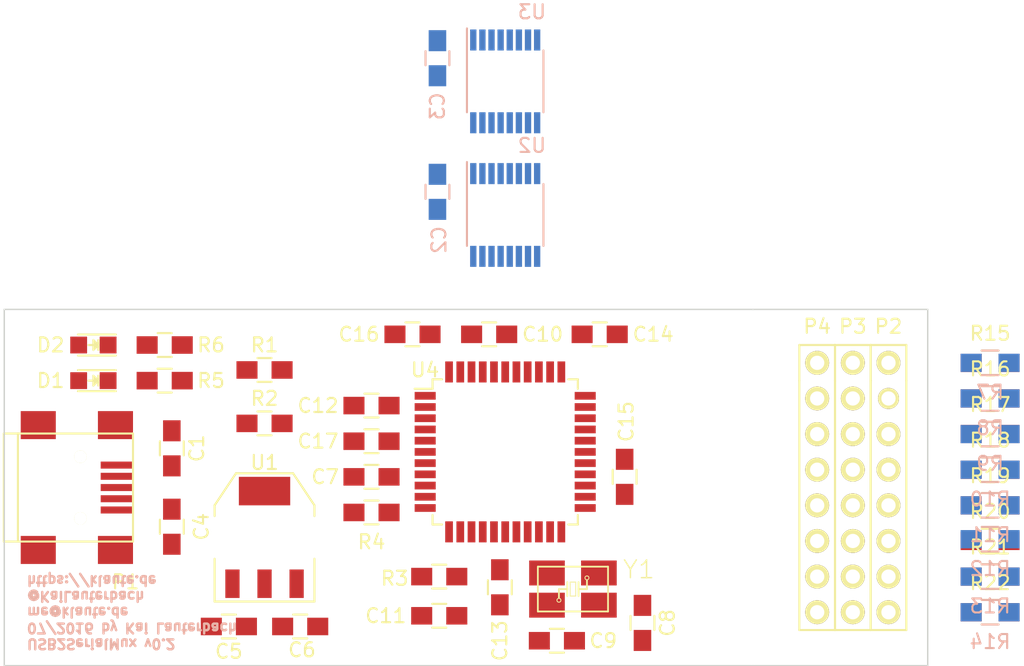
<source format=kicad_pcb>
(kicad_pcb (version 4) (host pcbnew 4.0.2+dfsg1-2~bpo8+1-stable)

  (general
    (links 124)
    (no_connects 124)
    (area 123.956999 69.106 197.316001 116.890001)
    (thickness 1.6)
    (drawings 7)
    (tracks 1)
    (zones 0)
    (modules 50)
    (nets 73)
  )

  (page A4)
  (layers
    (0 F.Cu signal)
    (31 B.Cu signal)
    (32 B.Adhes user)
    (33 F.Adhes user)
    (34 B.Paste user)
    (35 F.Paste user)
    (36 B.SilkS user)
    (37 F.SilkS user)
    (38 B.Mask user)
    (39 F.Mask user)
    (40 Dwgs.User user)
    (41 Cmts.User user)
    (42 Eco1.User user)
    (43 Eco2.User user)
    (44 Edge.Cuts user)
    (45 Margin user)
    (46 B.CrtYd user)
    (47 F.CrtYd user)
    (48 B.Fab user)
    (49 F.Fab user)
  )

  (setup
    (last_trace_width 0.25)
    (trace_clearance 0.2)
    (zone_clearance 0.508)
    (zone_45_only no)
    (trace_min 0.2)
    (segment_width 0.2)
    (edge_width 0.1)
    (via_size 0.6)
    (via_drill 0.4)
    (via_min_size 0.4)
    (via_min_drill 0.3)
    (uvia_size 0.3)
    (uvia_drill 0.1)
    (uvias_allowed no)
    (uvia_min_size 0.2)
    (uvia_min_drill 0.1)
    (pcb_text_width 0.3)
    (pcb_text_size 1.5 1.5)
    (mod_edge_width 0.15)
    (mod_text_size 1 1)
    (mod_text_width 0.15)
    (pad_size 1.7 1.7)
    (pad_drill 1.016)
    (pad_to_mask_clearance 0)
    (aux_axis_origin 0 0)
    (visible_elements 7FFFFFFF)
    (pcbplotparams
      (layerselection 0x00030_80000001)
      (usegerberextensions false)
      (excludeedgelayer true)
      (linewidth 0.100000)
      (plotframeref false)
      (viasonmask false)
      (mode 1)
      (useauxorigin false)
      (hpglpennumber 1)
      (hpglpenspeed 20)
      (hpglpendiameter 15)
      (hpglpenoverlay 2)
      (psnegative false)
      (psa4output false)
      (plotreference true)
      (plotvalue true)
      (plotinvisibletext false)
      (padsonsilk false)
      (subtractmaskfromsilk false)
      (outputformat 1)
      (mirror false)
      (drillshape 1)
      (scaleselection 1)
      (outputdirectory ""))
  )

  (net 0 "")
  (net 1 GND)
  (net 2 +5V)
  (net 3 +3V3)
  (net 4 /D-)
  (net 5 /D+)
  (net 6 "Net-(P1-Pad4)")
  (net 7 "Net-(P3-Pad1)")
  (net 8 "Net-(P3-Pad2)")
  (net 9 "Net-(P3-Pad3)")
  (net 10 "Net-(P3-Pad4)")
  (net 11 "Net-(P3-Pad5)")
  (net 12 "Net-(P3-Pad6)")
  (net 13 "Net-(P3-Pad7)")
  (net 14 "Net-(P3-Pad8)")
  (net 15 "Net-(P4-Pad1)")
  (net 16 "Net-(P4-Pad2)")
  (net 17 "Net-(P4-Pad3)")
  (net 18 "Net-(P4-Pad4)")
  (net 19 "Net-(P4-Pad5)")
  (net 20 "Net-(P4-Pad6)")
  (net 21 "Net-(P4-Pad7)")
  (net 22 "Net-(P4-Pad8)")
  (net 23 /TxD_RxD)
  (net 24 /RxD_TxD)
  (net 25 /S2)
  (net 26 /S1)
  (net 27 /S0)
  (net 28 "Net-(C8-Pad2)")
  (net 29 "Net-(C9-Pad2)")
  (net 30 "Net-(C11-Pad2)")
  (net 31 "Net-(C17-Pad2)")
  (net 32 "Net-(P1-Pad2)")
  (net 33 "Net-(P1-Pad3)")
  (net 34 /nE)
  (net 35 "Net-(U4-Pad1)")
  (net 36 "Net-(U4-Pad12)")
  (net 37 "Net-(U4-Pad18)")
  (net 38 "Net-(U4-Pad19)")
  (net 39 "Net-(U4-Pad22)")
  (net 40 "Net-(U4-Pad25)")
  (net 41 "Net-(U4-Pad26)")
  (net 42 "Net-(U4-Pad27)")
  (net 43 "Net-(U4-Pad31)")
  (net 44 "Net-(U4-Pad32)")
  (net 45 "Net-(U4-Pad33)")
  (net 46 "Net-(U4-Pad36)")
  (net 47 "Net-(U4-Pad37)")
  (net 48 "Net-(U4-Pad38)")
  (net 49 "Net-(U4-Pad39)")
  (net 50 "Net-(U4-Pad40)")
  (net 51 "Net-(U4-Pad41)")
  (net 52 "Net-(U4-Pad10)")
  (net 53 "Net-(D1-Pad1)")
  (net 54 "Net-(D2-Pad1)")
  (net 55 /LED1)
  (net 56 /LED0)
  (net 57 "Net-(R7-Pad1)")
  (net 58 "Net-(R8-Pad1)")
  (net 59 "Net-(R9-Pad1)")
  (net 60 "Net-(R10-Pad1)")
  (net 61 "Net-(R11-Pad1)")
  (net 62 "Net-(R12-Pad1)")
  (net 63 "Net-(R13-Pad1)")
  (net 64 "Net-(R14-Pad1)")
  (net 65 "Net-(R15-Pad1)")
  (net 66 "Net-(R16-Pad1)")
  (net 67 "Net-(R17-Pad1)")
  (net 68 "Net-(R18-Pad1)")
  (net 69 "Net-(R19-Pad1)")
  (net 70 "Net-(R20-Pad1)")
  (net 71 "Net-(R21-Pad1)")
  (net 72 "Net-(R22-Pad1)")

  (net_class Default "This is the default net class."
    (clearance 0.2)
    (trace_width 0.25)
    (via_dia 0.6)
    (via_drill 0.4)
    (uvia_dia 0.3)
    (uvia_drill 0.1)
    (add_net +3V3)
    (add_net +5V)
    (add_net /D+)
    (add_net /D-)
    (add_net /LED0)
    (add_net /LED1)
    (add_net /RxD_TxD)
    (add_net /S0)
    (add_net /S1)
    (add_net /S2)
    (add_net /TxD_RxD)
    (add_net /nE)
    (add_net GND)
    (add_net "Net-(C11-Pad2)")
    (add_net "Net-(C17-Pad2)")
    (add_net "Net-(C8-Pad2)")
    (add_net "Net-(C9-Pad2)")
    (add_net "Net-(D1-Pad1)")
    (add_net "Net-(D2-Pad1)")
    (add_net "Net-(P1-Pad2)")
    (add_net "Net-(P1-Pad3)")
    (add_net "Net-(P1-Pad4)")
    (add_net "Net-(P3-Pad1)")
    (add_net "Net-(P3-Pad2)")
    (add_net "Net-(P3-Pad3)")
    (add_net "Net-(P3-Pad4)")
    (add_net "Net-(P3-Pad5)")
    (add_net "Net-(P3-Pad6)")
    (add_net "Net-(P3-Pad7)")
    (add_net "Net-(P3-Pad8)")
    (add_net "Net-(P4-Pad1)")
    (add_net "Net-(P4-Pad2)")
    (add_net "Net-(P4-Pad3)")
    (add_net "Net-(P4-Pad4)")
    (add_net "Net-(P4-Pad5)")
    (add_net "Net-(P4-Pad6)")
    (add_net "Net-(P4-Pad7)")
    (add_net "Net-(P4-Pad8)")
    (add_net "Net-(R10-Pad1)")
    (add_net "Net-(R11-Pad1)")
    (add_net "Net-(R12-Pad1)")
    (add_net "Net-(R13-Pad1)")
    (add_net "Net-(R14-Pad1)")
    (add_net "Net-(R15-Pad1)")
    (add_net "Net-(R16-Pad1)")
    (add_net "Net-(R17-Pad1)")
    (add_net "Net-(R18-Pad1)")
    (add_net "Net-(R19-Pad1)")
    (add_net "Net-(R20-Pad1)")
    (add_net "Net-(R21-Pad1)")
    (add_net "Net-(R22-Pad1)")
    (add_net "Net-(R7-Pad1)")
    (add_net "Net-(R8-Pad1)")
    (add_net "Net-(R9-Pad1)")
    (add_net "Net-(U4-Pad1)")
    (add_net "Net-(U4-Pad10)")
    (add_net "Net-(U4-Pad12)")
    (add_net "Net-(U4-Pad18)")
    (add_net "Net-(U4-Pad19)")
    (add_net "Net-(U4-Pad22)")
    (add_net "Net-(U4-Pad25)")
    (add_net "Net-(U4-Pad26)")
    (add_net "Net-(U4-Pad27)")
    (add_net "Net-(U4-Pad31)")
    (add_net "Net-(U4-Pad32)")
    (add_net "Net-(U4-Pad33)")
    (add_net "Net-(U4-Pad36)")
    (add_net "Net-(U4-Pad37)")
    (add_net "Net-(U4-Pad38)")
    (add_net "Net-(U4-Pad39)")
    (add_net "Net-(U4-Pad40)")
    (add_net "Net-(U4-Pad41)")
  )

  (module Housings_SSOP:TSSOP-16_4.4x5mm_Pitch0.65mm (layer B.Cu) (tedit 579A4441) (tstamp 5789E0C1)
    (at 160.147 84.709 270)
    (descr "16-Lead Plastic Thin Shrink Small Outline (ST)-4.4 mm Body [TSSOP] (see Microchip Packaging Specification 00000049BS.pdf)")
    (tags "SSOP 0.65")
    (path /57C03578)
    (attr smd)
    (fp_text reference U2 (at -4.953 -1.905 540) (layer B.SilkS)
      (effects (font (size 1 1) (thickness 0.15)) (justify mirror))
    )
    (fp_text value 74HCT4051 (at 0 -3.55 270) (layer B.Fab) hide
      (effects (font (size 1 1) (thickness 0.15)) (justify mirror))
    )
    (fp_line (start -3.95 2.8) (end -3.95 -2.8) (layer B.CrtYd) (width 0.05))
    (fp_line (start 3.95 2.8) (end 3.95 -2.8) (layer B.CrtYd) (width 0.05))
    (fp_line (start -3.95 2.8) (end 3.95 2.8) (layer B.CrtYd) (width 0.05))
    (fp_line (start -3.95 -2.8) (end 3.95 -2.8) (layer B.CrtYd) (width 0.05))
    (fp_line (start -2.2 -2.725) (end 2.2 -2.725) (layer B.SilkS) (width 0.15))
    (fp_line (start -3.775 2.725) (end 2.2 2.725) (layer B.SilkS) (width 0.15))
    (pad 1 smd rect (at -2.95 2.275 270) (size 1.5 0.45) (layers B.Cu B.Paste B.Mask)
      (net 61 "Net-(R11-Pad1)"))
    (pad 2 smd rect (at -2.95 1.625 270) (size 1.5 0.45) (layers B.Cu B.Paste B.Mask)
      (net 63 "Net-(R13-Pad1)"))
    (pad 3 smd rect (at -2.95 0.975 270) (size 1.5 0.45) (layers B.Cu B.Paste B.Mask)
      (net 23 /TxD_RxD))
    (pad 4 smd rect (at -2.95 0.325 270) (size 1.5 0.45) (layers B.Cu B.Paste B.Mask)
      (net 64 "Net-(R14-Pad1)"))
    (pad 5 smd rect (at -2.95 -0.325 270) (size 1.5 0.45) (layers B.Cu B.Paste B.Mask)
      (net 62 "Net-(R12-Pad1)"))
    (pad 6 smd rect (at -2.95 -0.975 270) (size 1.5 0.45) (layers B.Cu B.Paste B.Mask)
      (net 34 /nE))
    (pad 7 smd rect (at -2.95 -1.625 270) (size 1.5 0.45) (layers B.Cu B.Paste B.Mask)
      (net 1 GND))
    (pad 8 smd rect (at -2.95 -2.275 270) (size 1.5 0.45) (layers B.Cu B.Paste B.Mask)
      (net 1 GND))
    (pad 9 smd rect (at 2.95 -2.275 270) (size 1.5 0.45) (layers B.Cu B.Paste B.Mask)
      (net 25 /S2))
    (pad 10 smd rect (at 2.95 -1.625 270) (size 1.5 0.45) (layers B.Cu B.Paste B.Mask)
      (net 26 /S1))
    (pad 11 smd rect (at 2.95 -0.975 270) (size 1.5 0.45) (layers B.Cu B.Paste B.Mask)
      (net 27 /S0))
    (pad 12 smd rect (at 2.95 -0.325 270) (size 1.5 0.45) (layers B.Cu B.Paste B.Mask)
      (net 60 "Net-(R10-Pad1)"))
    (pad 13 smd rect (at 2.95 0.325 270) (size 1.5 0.45) (layers B.Cu B.Paste B.Mask)
      (net 57 "Net-(R7-Pad1)"))
    (pad 14 smd rect (at 2.95 0.975 270) (size 1.5 0.45) (layers B.Cu B.Paste B.Mask)
      (net 58 "Net-(R8-Pad1)"))
    (pad 15 smd rect (at 2.95 1.625 270) (size 1.5 0.45) (layers B.Cu B.Paste B.Mask)
      (net 59 "Net-(R9-Pad1)"))
    (pad 16 smd rect (at 2.95 2.275 270) (size 1.5 0.45) (layers B.Cu B.Paste B.Mask)
      (net 3 +3V3))
    (model Housings_SSOP.3dshapes/TSSOP-16_4.4x5mm_Pitch0.65mm.wrl
      (at (xyz 0 0 0))
      (scale (xyz 1 1 1))
      (rotate (xyz 0 0 0))
    )
  )

  (module Pin_Headers:Pin_Header_Straight_1x08 (layer F.Cu) (tedit 5791D8EB) (tstamp 5789E075)
    (at 187.452 95.25)
    (descr "Through hole pin header")
    (tags "pin header")
    (path /578802D4)
    (fp_text reference P2 (at 0 -2.6) (layer F.SilkS)
      (effects (font (size 1 1) (thickness 0.15)))
    )
    (fp_text value CONN_01X08 (at 0 -3.1) (layer F.Fab) hide
      (effects (font (size 1 1) (thickness 0.15)))
    )
    (fp_line (start -1.27 1.27) (end -1.27 -1.27) (layer F.SilkS) (width 0.15))
    (fp_line (start -1.27 -1.27) (end 1.27 -1.27) (layer F.SilkS) (width 0.15))
    (fp_line (start 1.27 -1.27) (end 1.27 1.27) (layer F.SilkS) (width 0.15))
    (fp_line (start -1.75 -1.75) (end -1.75 19.55) (layer F.CrtYd) (width 0.05))
    (fp_line (start 1.75 -1.75) (end 1.75 19.55) (layer F.CrtYd) (width 0.05))
    (fp_line (start -1.75 -1.75) (end 1.75 -1.75) (layer F.CrtYd) (width 0.05))
    (fp_line (start -1.75 19.55) (end 1.75 19.55) (layer F.CrtYd) (width 0.05))
    (fp_line (start 1.27 1.27) (end 1.27 19.05) (layer F.SilkS) (width 0.15))
    (fp_line (start 1.27 19.05) (end -1.27 19.05) (layer F.SilkS) (width 0.15))
    (fp_line (start -1.27 19.05) (end -1.27 1.27) (layer F.SilkS) (width 0.15))
    (pad 1 thru_hole circle (at 0 0) (size 1.7 1.7) (drill 1.016) (layers *.Cu *.Mask F.SilkS)
      (net 1 GND))
    (pad 2 thru_hole circle (at 0 2.54) (size 1.5 1.5) (drill 1.016) (layers *.Cu *.Mask F.SilkS)
      (net 1 GND))
    (pad 3 thru_hole circle (at 0 5.08) (size 1.7 1.7) (drill 1.016) (layers *.Cu *.Mask F.SilkS)
      (net 1 GND))
    (pad 4 thru_hole circle (at 0 7.62) (size 1.7 1.7) (drill 1.016) (layers *.Cu *.Mask F.SilkS)
      (net 1 GND))
    (pad 5 thru_hole circle (at 0 10.16) (size 1.7 1.7) (drill 1.016) (layers *.Cu *.Mask F.SilkS)
      (net 1 GND))
    (pad 6 thru_hole circle (at 0 12.7) (size 1.7 1.7) (drill 1.016) (layers *.Cu *.Mask F.SilkS)
      (net 1 GND))
    (pad 7 thru_hole circle (at 0 15.24) (size 1.7 1.7) (drill 1.016) (layers *.Cu *.Mask F.SilkS)
      (net 1 GND))
    (pad 8 thru_hole circle (at 0 17.78) (size 1.7 1.7) (drill 1.016) (layers *.Cu *.Mask F.SilkS)
      (net 1 GND))
    (model Pin_Headers.3dshapes/Pin_Header_Straight_1x08.wrl
      (at (xyz 0 -0.35 0))
      (scale (xyz 1 1 1))
      (rotate (xyz 0 0 90))
    )
  )

  (module Pin_Headers:Pin_Header_Straight_1x08 (layer F.Cu) (tedit 5791D926) (tstamp 5789E08D)
    (at 182.372 95.25)
    (descr "Through hole pin header")
    (tags "pin header")
    (path /57880227)
    (fp_text reference P4 (at 0 -2.6) (layer F.SilkS)
      (effects (font (size 1 1) (thickness 0.15)))
    )
    (fp_text value CONN_01X08 (at 0 -3.1) (layer F.Fab) hide
      (effects (font (size 1 1) (thickness 0.15)))
    )
    (fp_line (start -1.27 1.27) (end -1.27 -1.27) (layer F.SilkS) (width 0.15))
    (fp_line (start -1.27 -1.27) (end 1.27 -1.27) (layer F.SilkS) (width 0.15))
    (fp_line (start 1.27 -1.27) (end 1.27 1.27) (layer F.SilkS) (width 0.15))
    (fp_line (start -1.75 -1.75) (end -1.75 19.55) (layer F.CrtYd) (width 0.05))
    (fp_line (start 1.75 -1.75) (end 1.75 19.55) (layer F.CrtYd) (width 0.05))
    (fp_line (start -1.75 -1.75) (end 1.75 -1.75) (layer F.CrtYd) (width 0.05))
    (fp_line (start -1.75 19.55) (end 1.75 19.55) (layer F.CrtYd) (width 0.05))
    (fp_line (start 1.27 1.27) (end 1.27 19.05) (layer F.SilkS) (width 0.15))
    (fp_line (start 1.27 19.05) (end -1.27 19.05) (layer F.SilkS) (width 0.15))
    (fp_line (start -1.27 19.05) (end -1.27 1.27) (layer F.SilkS) (width 0.15))
    (pad 1 thru_hole circle (at 0 0) (size 1.7 1.7) (drill 1.016) (layers *.Cu *.Mask F.SilkS)
      (net 15 "Net-(P4-Pad1)"))
    (pad 2 thru_hole circle (at 0 2.54) (size 1.7 1.7) (drill 1.016) (layers *.Cu *.Mask F.SilkS)
      (net 16 "Net-(P4-Pad2)"))
    (pad 3 thru_hole circle (at 0 5.08) (size 1.7 1.7) (drill 1.016) (layers *.Cu *.Mask F.SilkS)
      (net 17 "Net-(P4-Pad3)"))
    (pad 4 thru_hole circle (at 0 7.62) (size 1.7 1.7) (drill 1.016) (layers *.Cu *.Mask F.SilkS)
      (net 18 "Net-(P4-Pad4)"))
    (pad 5 thru_hole circle (at 0 10.16) (size 1.7 1.7) (drill 1.016) (layers *.Cu *.Mask F.SilkS)
      (net 19 "Net-(P4-Pad5)"))
    (pad 6 thru_hole circle (at 0 12.7) (size 1.7 1.7) (drill 1.016) (layers *.Cu *.Mask F.SilkS)
      (net 20 "Net-(P4-Pad6)"))
    (pad 7 thru_hole circle (at 0 15.24) (size 1.7 1.7) (drill 1.016) (layers *.Cu *.Mask F.SilkS)
      (net 21 "Net-(P4-Pad7)"))
    (pad 8 thru_hole circle (at 0 17.78) (size 1.7 1.7) (drill 1.016) (layers *.Cu *.Mask F.SilkS)
      (net 22 "Net-(P4-Pad8)"))
    (model Pin_Headers.3dshapes/Pin_Header_Straight_1x08.wrl
      (at (xyz 0 -0.35 0))
      (scale (xyz 1 1 1))
      (rotate (xyz 0 0 90))
    )
  )

  (module crystal:crystal-EURO_3_5_1_BIGPAD (layer F.Cu) (tedit 579A3DBE) (tstamp 5791C8DC)
    (at 164.973 111.379 180)
    (path /57914290)
    (attr smd)
    (fp_text reference Y1 (at -4.699 1.397 180) (layer F.SilkS)
      (effects (font (size 1.27 1.27) (thickness 0.1016)))
    )
    (fp_text value Crystal_Small (at 1.27 3.175 180) (layer F.SilkS) hide
      (effects (font (size 1.27 1.27) (thickness 0.1016)))
    )
    (fp_line (start -0.19812 0.49784) (end 0.19812 0.49784) (layer F.SilkS) (width 0.06604))
    (fp_line (start 0.19812 0.49784) (end 0.19812 -0.49784) (layer F.SilkS) (width 0.06604))
    (fp_line (start -0.19812 -0.49784) (end 0.19812 -0.49784) (layer F.SilkS) (width 0.06604))
    (fp_line (start -0.19812 0.49784) (end -0.19812 -0.49784) (layer F.SilkS) (width 0.06604))
    (fp_line (start -2.49936 -1.59766) (end 2.49936 -1.59766) (layer F.SilkS) (width 0.127))
    (fp_line (start -2.49936 -1.59766) (end -2.49936 1.59766) (layer F.SilkS) (width 0.127))
    (fp_line (start -2.49936 1.59766) (end 2.49936 1.59766) (layer F.SilkS) (width 0.127))
    (fp_line (start 2.49936 -1.59766) (end 2.49936 1.59766) (layer F.SilkS) (width 0.127))
    (fp_line (start -0.39878 -0.49784) (end -0.39878 0) (layer F.SilkS) (width 0.127))
    (fp_line (start -0.39878 0) (end -0.39878 0.49784) (layer F.SilkS) (width 0.127))
    (fp_line (start 0.39878 -0.49784) (end 0.39878 0) (layer F.SilkS) (width 0.127))
    (fp_line (start 0.39878 0) (end 0.39878 0.49784) (layer F.SilkS) (width 0.127))
    (fp_line (start -0.99822 0) (end -0.39878 0) (layer F.SilkS) (width 0.127))
    (fp_line (start -0.99822 0) (end -0.99822 0.59944) (layer F.SilkS) (width 0.127))
    (fp_line (start 0.39878 0) (end 0.99822 0) (layer F.SilkS) (width 0.127))
    (fp_line (start 0.99822 0) (end 0.99822 -0.59944) (layer F.SilkS) (width 0.127))
    (fp_circle (center -0.99822 0.79756) (end -1.09728 0.89662) (layer F.SilkS) (width 0.0635))
    (fp_circle (center 0.99822 -0.79756) (end 1.09728 -0.89662) (layer F.SilkS) (width 0.0635))
    (pad 1 smd rect (at -1.84912 1.14808 180) (size 2.54 1.778) (layers F.Cu F.Paste F.Mask)
      (net 28 "Net-(C8-Pad2)"))
    (pad 0 smd rect (at 1.84912 1.14808 180) (size 2.54 1.778) (layers F.Cu F.Paste F.Mask))
    (pad 2 smd rect (at 1.84912 -1.14808 180) (size 2.54 1.778) (layers F.Cu F.Paste F.Mask)
      (net 29 "Net-(C9-Pad2)"))
    (pad 0 smd rect (at -1.84912 -1.14808 180) (size 2.54 1.778) (layers F.Cu F.Paste F.Mask))
  )

  (module Housings_SSOP:TSSOP-16_4.4x5mm_Pitch0.65mm (layer B.Cu) (tedit 579A4429) (tstamp 5789E0D5)
    (at 160.147 75.184 270)
    (descr "16-Lead Plastic Thin Shrink Small Outline (ST)-4.4 mm Body [TSSOP] (see Microchip Packaging Specification 00000049BS.pdf)")
    (tags "SSOP 0.65")
    (path /5789E407)
    (attr smd)
    (fp_text reference U3 (at -4.953 -1.905 540) (layer B.SilkS)
      (effects (font (size 1 1) (thickness 0.15)) (justify mirror))
    )
    (fp_text value 74HCT4051 (at 0 -3.55 270) (layer B.Fab) hide
      (effects (font (size 1 1) (thickness 0.15)) (justify mirror))
    )
    (fp_line (start -3.95 2.8) (end -3.95 -2.8) (layer B.CrtYd) (width 0.05))
    (fp_line (start 3.95 2.8) (end 3.95 -2.8) (layer B.CrtYd) (width 0.05))
    (fp_line (start -3.95 2.8) (end 3.95 2.8) (layer B.CrtYd) (width 0.05))
    (fp_line (start -3.95 -2.8) (end 3.95 -2.8) (layer B.CrtYd) (width 0.05))
    (fp_line (start -2.2 -2.725) (end 2.2 -2.725) (layer B.SilkS) (width 0.15))
    (fp_line (start -3.775 2.725) (end 2.2 2.725) (layer B.SilkS) (width 0.15))
    (pad 1 smd rect (at -2.95 2.275 270) (size 1.5 0.45) (layers B.Cu B.Paste B.Mask)
      (net 69 "Net-(R19-Pad1)"))
    (pad 2 smd rect (at -2.95 1.625 270) (size 1.5 0.45) (layers B.Cu B.Paste B.Mask)
      (net 71 "Net-(R21-Pad1)"))
    (pad 3 smd rect (at -2.95 0.975 270) (size 1.5 0.45) (layers B.Cu B.Paste B.Mask)
      (net 24 /RxD_TxD))
    (pad 4 smd rect (at -2.95 0.325 270) (size 1.5 0.45) (layers B.Cu B.Paste B.Mask)
      (net 72 "Net-(R22-Pad1)"))
    (pad 5 smd rect (at -2.95 -0.325 270) (size 1.5 0.45) (layers B.Cu B.Paste B.Mask)
      (net 70 "Net-(R20-Pad1)"))
    (pad 6 smd rect (at -2.95 -0.975 270) (size 1.5 0.45) (layers B.Cu B.Paste B.Mask)
      (net 34 /nE))
    (pad 7 smd rect (at -2.95 -1.625 270) (size 1.5 0.45) (layers B.Cu B.Paste B.Mask)
      (net 1 GND))
    (pad 8 smd rect (at -2.95 -2.275 270) (size 1.5 0.45) (layers B.Cu B.Paste B.Mask)
      (net 1 GND))
    (pad 9 smd rect (at 2.95 -2.275 270) (size 1.5 0.45) (layers B.Cu B.Paste B.Mask)
      (net 25 /S2))
    (pad 10 smd rect (at 2.95 -1.625 270) (size 1.5 0.45) (layers B.Cu B.Paste B.Mask)
      (net 26 /S1))
    (pad 11 smd rect (at 2.95 -0.975 270) (size 1.5 0.45) (layers B.Cu B.Paste B.Mask)
      (net 27 /S0))
    (pad 12 smd rect (at 2.95 -0.325 270) (size 1.5 0.45) (layers B.Cu B.Paste B.Mask)
      (net 68 "Net-(R18-Pad1)"))
    (pad 13 smd rect (at 2.95 0.325 270) (size 1.5 0.45) (layers B.Cu B.Paste B.Mask)
      (net 65 "Net-(R15-Pad1)"))
    (pad 14 smd rect (at 2.95 0.975 270) (size 1.5 0.45) (layers B.Cu B.Paste B.Mask)
      (net 66 "Net-(R16-Pad1)"))
    (pad 15 smd rect (at 2.95 1.625 270) (size 1.5 0.45) (layers B.Cu B.Paste B.Mask)
      (net 67 "Net-(R17-Pad1)"))
    (pad 16 smd rect (at 2.95 2.275 270) (size 1.5 0.45) (layers B.Cu B.Paste B.Mask)
      (net 3 +3V3))
    (model Housings_SSOP.3dshapes/TSSOP-16_4.4x5mm_Pitch0.65mm.wrl
      (at (xyz 0 0 0))
      (scale (xyz 1 1 1))
      (rotate (xyz 0 0 0))
    )
  )

  (module Pin_Headers:Pin_Header_Straight_1x08 (layer F.Cu) (tedit 5791D92B) (tstamp 5789E081)
    (at 184.912 95.25)
    (descr "Through hole pin header")
    (tags "pin header")
    (path /578800A6)
    (fp_text reference P3 (at 0 -2.6) (layer F.SilkS)
      (effects (font (size 1 1) (thickness 0.15)))
    )
    (fp_text value CONN_01X08 (at 0 -3.1) (layer F.Fab) hide
      (effects (font (size 1 1) (thickness 0.15)))
    )
    (fp_line (start -1.27 1.27) (end -1.27 -1.27) (layer F.SilkS) (width 0.15))
    (fp_line (start -1.27 -1.27) (end 1.27 -1.27) (layer F.SilkS) (width 0.15))
    (fp_line (start 1.27 -1.27) (end 1.27 1.27) (layer F.SilkS) (width 0.15))
    (fp_line (start -1.75 -1.75) (end -1.75 19.55) (layer F.CrtYd) (width 0.05))
    (fp_line (start 1.75 -1.75) (end 1.75 19.55) (layer F.CrtYd) (width 0.05))
    (fp_line (start -1.75 -1.75) (end 1.75 -1.75) (layer F.CrtYd) (width 0.05))
    (fp_line (start -1.75 19.55) (end 1.75 19.55) (layer F.CrtYd) (width 0.05))
    (fp_line (start 1.27 1.27) (end 1.27 19.05) (layer F.SilkS) (width 0.15))
    (fp_line (start 1.27 19.05) (end -1.27 19.05) (layer F.SilkS) (width 0.15))
    (fp_line (start -1.27 19.05) (end -1.27 1.27) (layer F.SilkS) (width 0.15))
    (pad 1 thru_hole circle (at 0 0) (size 1.7 1.7) (drill 1.016) (layers *.Cu *.Mask F.SilkS)
      (net 7 "Net-(P3-Pad1)"))
    (pad 2 thru_hole circle (at 0 2.54) (size 1.7 1.7) (drill 1.016) (layers *.Cu *.Mask F.SilkS)
      (net 8 "Net-(P3-Pad2)"))
    (pad 3 thru_hole circle (at 0 5.08) (size 1.7 1.7) (drill 1.016) (layers *.Cu *.Mask F.SilkS)
      (net 9 "Net-(P3-Pad3)"))
    (pad 4 thru_hole circle (at 0 7.62) (size 1.7 1.7) (drill 1.016) (layers *.Cu *.Mask F.SilkS)
      (net 10 "Net-(P3-Pad4)"))
    (pad 5 thru_hole circle (at 0 10.16) (size 1.7 1.7) (drill 1.016) (layers *.Cu *.Mask F.SilkS)
      (net 11 "Net-(P3-Pad5)"))
    (pad 6 thru_hole circle (at 0 12.7) (size 1.7 1.7) (drill 1.016) (layers *.Cu *.Mask F.SilkS)
      (net 12 "Net-(P3-Pad6)"))
    (pad 7 thru_hole circle (at 0 15.24) (size 1.7 1.7) (drill 1.016) (layers *.Cu *.Mask F.SilkS)
      (net 13 "Net-(P3-Pad7)"))
    (pad 8 thru_hole circle (at 0 17.78) (size 1.7 1.7) (drill 1.016) (layers *.Cu *.Mask F.SilkS)
      (net 14 "Net-(P3-Pad8)"))
    (model Pin_Headers.3dshapes/Pin_Header_Straight_1x08.wrl
      (at (xyz 0 -0.35 0))
      (scale (xyz 1 1 1))
      (rotate (xyz 0 0 90))
    )
  )

  (module Connect:USB_Mini-B (layer F.Cu) (tedit 579A448C) (tstamp 578A65DB)
    (at 129.032 104.14)
    (descr "USB Mini-B 5-pin SMD connector")
    (tags "USB USB_B USB_Mini connector")
    (path /578834A3)
    (attr smd)
    (fp_text reference P1 (at 4.064 6.731 180) (layer F.SilkS)
      (effects (font (size 1 1) (thickness 0.15)))
    )
    (fp_text value USB_OTG (at 0 -7.0993) (layer F.Fab) hide
      (effects (font (size 1 1) (thickness 0.15)))
    )
    (fp_line (start -4.85 -5.7) (end 4.85 -5.7) (layer F.CrtYd) (width 0.05))
    (fp_line (start 4.85 -5.7) (end 4.85 5.7) (layer F.CrtYd) (width 0.05))
    (fp_line (start 4.85 5.7) (end -4.85 5.7) (layer F.CrtYd) (width 0.05))
    (fp_line (start -4.85 5.7) (end -4.85 -5.7) (layer F.CrtYd) (width 0.05))
    (fp_line (start -3.59918 -3.85064) (end -3.59918 3.85064) (layer F.SilkS) (width 0.15))
    (fp_line (start -4.59994 -3.85064) (end -4.59994 3.85064) (layer F.SilkS) (width 0.15))
    (fp_line (start -4.59994 3.85064) (end 4.59994 3.85064) (layer F.SilkS) (width 0.15))
    (fp_line (start 4.59994 3.85064) (end 4.59994 -3.85064) (layer F.SilkS) (width 0.15))
    (fp_line (start 4.59994 -3.85064) (end -4.59994 -3.85064) (layer F.SilkS) (width 0.15))
    (pad 1 smd rect (at 3.44932 -1.6002) (size 2.30124 0.50038) (layers F.Cu F.Paste F.Mask)
      (net 2 +5V))
    (pad 2 smd rect (at 3.44932 -0.8001) (size 2.30124 0.50038) (layers F.Cu F.Paste F.Mask)
      (net 32 "Net-(P1-Pad2)"))
    (pad 3 smd rect (at 3.44932 0) (size 2.30124 0.50038) (layers F.Cu F.Paste F.Mask)
      (net 33 "Net-(P1-Pad3)"))
    (pad 4 smd rect (at 3.44932 0.8001) (size 2.30124 0.50038) (layers F.Cu F.Paste F.Mask)
      (net 6 "Net-(P1-Pad4)"))
    (pad 5 smd rect (at 3.44932 1.6002) (size 2.30124 0.50038) (layers F.Cu F.Paste F.Mask)
      (net 1 GND))
    (pad 6 smd rect (at 3.35026 -4.45008) (size 2.49936 1.99898) (layers F.Cu F.Paste F.Mask)
      (net 1 GND))
    (pad 6 smd rect (at -2.14884 -4.45008) (size 2.49936 1.99898) (layers F.Cu F.Paste F.Mask)
      (net 1 GND))
    (pad 6 smd rect (at 3.35026 4.45008) (size 2.49936 1.99898) (layers F.Cu F.Paste F.Mask)
      (net 1 GND))
    (pad 6 smd rect (at -2.14884 4.45008) (size 2.49936 1.99898) (layers F.Cu F.Paste F.Mask)
      (net 1 GND))
    (pad "" np_thru_hole circle (at 0.8509 -2.19964) (size 0.89916 0.89916) (drill 0.89916) (layers *.Cu *.Mask F.SilkS))
    (pad "" np_thru_hole circle (at 0.8509 2.19964) (size 0.89916 0.89916) (drill 0.89916) (layers *.Cu *.Mask F.SilkS))
  )

  (module Capacitors_SMD:C_0805_HandSoldering (layer F.Cu) (tedit 5791C25A) (tstamp 57910EE6)
    (at 143.002 95.758)
    (descr "Capacitor SMD 0805, hand soldering")
    (tags "capacitor 0805")
    (path /579174A9)
    (attr smd)
    (fp_text reference R1 (at 0 -1.778) (layer F.SilkS)
      (effects (font (size 1 1) (thickness 0.15)))
    )
    (fp_text value 22 (at 0 2.1) (layer F.Fab) hide
      (effects (font (size 1 1) (thickness 0.15)))
    )
    (fp_line (start -2.3 -1) (end 2.3 -1) (layer F.CrtYd) (width 0.05))
    (fp_line (start -2.3 1) (end 2.3 1) (layer F.CrtYd) (width 0.05))
    (fp_line (start -2.3 -1) (end -2.3 1) (layer F.CrtYd) (width 0.05))
    (fp_line (start 2.3 -1) (end 2.3 1) (layer F.CrtYd) (width 0.05))
    (fp_line (start 0.5 -0.85) (end -0.5 -0.85) (layer F.SilkS) (width 0.15))
    (fp_line (start -0.5 0.85) (end 0.5 0.85) (layer F.SilkS) (width 0.15))
    (pad 1 smd rect (at -1.25 0) (size 1.5 1.25) (layers F.Cu F.Paste F.Mask)
      (net 32 "Net-(P1-Pad2)"))
    (pad 2 smd rect (at 1.25 0) (size 1.5 1.25) (layers F.Cu F.Paste F.Mask)
      (net 4 /D-))
    (model Capacitors_SMD.3dshapes/C_0805_HandSoldering.wrl
      (at (xyz 0 0 0))
      (scale (xyz 1 1 1))
      (rotate (xyz 0 0 0))
    )
  )

  (module Capacitors_SMD:C_0805_HandSoldering (layer F.Cu) (tedit 5791C25E) (tstamp 57910EEC)
    (at 143.002 99.568)
    (descr "Capacitor SMD 0805, hand soldering")
    (tags "capacitor 0805")
    (path /579177D4)
    (attr smd)
    (fp_text reference R2 (at 0 -1.778) (layer F.SilkS)
      (effects (font (size 1 1) (thickness 0.15)))
    )
    (fp_text value 22 (at 0 2.1) (layer F.Fab) hide
      (effects (font (size 1 1) (thickness 0.15)))
    )
    (fp_line (start -2.3 -1) (end 2.3 -1) (layer F.CrtYd) (width 0.05))
    (fp_line (start -2.3 1) (end 2.3 1) (layer F.CrtYd) (width 0.05))
    (fp_line (start -2.3 -1) (end -2.3 1) (layer F.CrtYd) (width 0.05))
    (fp_line (start 2.3 -1) (end 2.3 1) (layer F.CrtYd) (width 0.05))
    (fp_line (start 0.5 -0.85) (end -0.5 -0.85) (layer F.SilkS) (width 0.15))
    (fp_line (start -0.5 0.85) (end 0.5 0.85) (layer F.SilkS) (width 0.15))
    (pad 1 smd rect (at -1.25 0) (size 1.5 1.25) (layers F.Cu F.Paste F.Mask)
      (net 33 "Net-(P1-Pad3)"))
    (pad 2 smd rect (at 1.25 0) (size 1.5 1.25) (layers F.Cu F.Paste F.Mask)
      (net 5 /D+))
    (model Capacitors_SMD.3dshapes/C_0805_HandSoldering.wrl
      (at (xyz 0 0 0))
      (scale (xyz 1 1 1))
      (rotate (xyz 0 0 0))
    )
  )

  (module Capacitors_SMD:C_0805_HandSoldering (layer F.Cu) (tedit 5791C21C) (tstamp 57910EF2)
    (at 155.448 110.49 180)
    (descr "Capacitor SMD 0805, hand soldering")
    (tags "capacitor 0805")
    (path /57912DC2)
    (attr smd)
    (fp_text reference R3 (at 3.175 -0.127 180) (layer F.SilkS)
      (effects (font (size 1 1) (thickness 0.15)))
    )
    (fp_text value 10k (at 0 2.1 180) (layer F.Fab) hide
      (effects (font (size 1 1) (thickness 0.15)))
    )
    (fp_line (start -2.3 -1) (end 2.3 -1) (layer F.CrtYd) (width 0.05))
    (fp_line (start -2.3 1) (end 2.3 1) (layer F.CrtYd) (width 0.05))
    (fp_line (start -2.3 -1) (end -2.3 1) (layer F.CrtYd) (width 0.05))
    (fp_line (start 2.3 -1) (end 2.3 1) (layer F.CrtYd) (width 0.05))
    (fp_line (start 0.5 -0.85) (end -0.5 -0.85) (layer F.SilkS) (width 0.15))
    (fp_line (start -0.5 0.85) (end 0.5 0.85) (layer F.SilkS) (width 0.15))
    (pad 1 smd rect (at -1.25 0 180) (size 1.5 1.25) (layers F.Cu F.Paste F.Mask)
      (net 3 +3V3))
    (pad 2 smd rect (at 1.25 0 180) (size 1.5 1.25) (layers F.Cu F.Paste F.Mask)
      (net 30 "Net-(C11-Pad2)"))
    (model Capacitors_SMD.3dshapes/C_0805_HandSoldering.wrl
      (at (xyz 0 0 0))
      (scale (xyz 1 1 1))
      (rotate (xyz 0 0 0))
    )
  )

  (module Capacitors_SMD:C_0805_HandSoldering (layer F.Cu) (tedit 5791B485) (tstamp 57910EF8)
    (at 150.622 105.918 180)
    (descr "Capacitor SMD 0805, hand soldering")
    (tags "capacitor 0805")
    (path /57914D9E)
    (attr smd)
    (fp_text reference R4 (at 0 -2.1 180) (layer F.SilkS)
      (effects (font (size 1 1) (thickness 0.15)))
    )
    (fp_text value 10k (at 0 2.1 180) (layer F.Fab) hide
      (effects (font (size 1 1) (thickness 0.15)))
    )
    (fp_line (start -2.3 -1) (end 2.3 -1) (layer F.CrtYd) (width 0.05))
    (fp_line (start -2.3 1) (end 2.3 1) (layer F.CrtYd) (width 0.05))
    (fp_line (start -2.3 -1) (end -2.3 1) (layer F.CrtYd) (width 0.05))
    (fp_line (start 2.3 -1) (end 2.3 1) (layer F.CrtYd) (width 0.05))
    (fp_line (start 0.5 -0.85) (end -0.5 -0.85) (layer F.SilkS) (width 0.15))
    (fp_line (start -0.5 0.85) (end 0.5 0.85) (layer F.SilkS) (width 0.15))
    (pad 1 smd rect (at -1.25 0 180) (size 1.5 1.25) (layers F.Cu F.Paste F.Mask)
      (net 34 /nE))
    (pad 2 smd rect (at 1.25 0 180) (size 1.5 1.25) (layers F.Cu F.Paste F.Mask)
      (net 1 GND))
    (model Capacitors_SMD.3dshapes/C_0805_HandSoldering.wrl
      (at (xyz 0 0 0))
      (scale (xyz 1 1 1))
      (rotate (xyz 0 0 0))
    )
  )

  (module TO_SOT_Packages_SMD:SOT-223 (layer F.Cu) (tedit 5791C26E) (tstamp 57910F00)
    (at 143.002 107.696)
    (descr "module CMS SOT223 4 pins")
    (tags "CMS SOT")
    (path /57910D48)
    (attr smd)
    (fp_text reference U1 (at 0 -5.334) (layer F.SilkS)
      (effects (font (size 1 1) (thickness 0.15)))
    )
    (fp_text value LD1117S33TR (at 0 0.762) (layer F.Fab) hide
      (effects (font (size 1 1) (thickness 0.15)))
    )
    (fp_line (start -3.556 1.524) (end -3.556 4.572) (layer F.SilkS) (width 0.15))
    (fp_line (start -3.556 4.572) (end 3.556 4.572) (layer F.SilkS) (width 0.15))
    (fp_line (start 3.556 4.572) (end 3.556 1.524) (layer F.SilkS) (width 0.15))
    (fp_line (start -3.556 -1.524) (end -3.556 -2.286) (layer F.SilkS) (width 0.15))
    (fp_line (start -3.556 -2.286) (end -2.032 -4.572) (layer F.SilkS) (width 0.15))
    (fp_line (start -2.032 -4.572) (end 2.032 -4.572) (layer F.SilkS) (width 0.15))
    (fp_line (start 2.032 -4.572) (end 3.556 -2.286) (layer F.SilkS) (width 0.15))
    (fp_line (start 3.556 -2.286) (end 3.556 -1.524) (layer F.SilkS) (width 0.15))
    (pad 4 smd rect (at 0 -3.302) (size 3.6576 2.032) (layers F.Cu F.Paste F.Mask))
    (pad 2 smd rect (at 0 3.302) (size 1.016 2.032) (layers F.Cu F.Paste F.Mask)
      (net 3 +3V3))
    (pad 3 smd rect (at 2.286 3.302) (size 1.016 2.032) (layers F.Cu F.Paste F.Mask)
      (net 2 +5V))
    (pad 1 smd rect (at -2.286 3.302) (size 1.016 2.032) (layers F.Cu F.Paste F.Mask)
      (net 1 GND))
    (model TO_SOT_Packages_SMD.3dshapes/SOT-223.wrl
      (at (xyz 0 0 0))
      (scale (xyz 0.4 0.4 0.4))
      (rotate (xyz 0 0 0))
    )
  )

  (module Housings_QFP:TQFP-44_10x10mm_Pitch0.8mm (layer F.Cu) (tedit 5791C28D) (tstamp 5794DD24)
    (at 160.147 101.6)
    (descr "44-Lead Plastic Thin Quad Flatpack (PT) - 10x10x1.0 mm Body [TQFP] (see Microchip Packaging Specification 00000049BS.pdf)")
    (tags "QFP 0.8")
    (path /5791076B)
    (attr smd)
    (fp_text reference U4 (at -5.715 -5.842) (layer F.SilkS)
      (effects (font (size 1 1) (thickness 0.15)))
    )
    (fp_text value ATMEGA32U4-A (at 0 7.45) (layer F.Fab) hide
      (effects (font (size 1 1) (thickness 0.15)))
    )
    (fp_line (start -6.7 -6.7) (end -6.7 6.7) (layer F.CrtYd) (width 0.05))
    (fp_line (start 6.7 -6.7) (end 6.7 6.7) (layer F.CrtYd) (width 0.05))
    (fp_line (start -6.7 -6.7) (end 6.7 -6.7) (layer F.CrtYd) (width 0.05))
    (fp_line (start -6.7 6.7) (end 6.7 6.7) (layer F.CrtYd) (width 0.05))
    (fp_line (start -5.175 -5.175) (end -5.175 -4.5) (layer F.SilkS) (width 0.15))
    (fp_line (start 5.175 -5.175) (end 5.175 -4.5) (layer F.SilkS) (width 0.15))
    (fp_line (start 5.175 5.175) (end 5.175 4.5) (layer F.SilkS) (width 0.15))
    (fp_line (start -5.175 5.175) (end -5.175 4.5) (layer F.SilkS) (width 0.15))
    (fp_line (start -5.175 -5.175) (end -4.5 -5.175) (layer F.SilkS) (width 0.15))
    (fp_line (start -5.175 5.175) (end -4.5 5.175) (layer F.SilkS) (width 0.15))
    (fp_line (start 5.175 5.175) (end 4.5 5.175) (layer F.SilkS) (width 0.15))
    (fp_line (start 5.175 -5.175) (end 4.5 -5.175) (layer F.SilkS) (width 0.15))
    (fp_line (start -5.175 -4.5) (end -6.45 -4.5) (layer F.SilkS) (width 0.15))
    (pad 1 smd rect (at -5.7 -4) (size 1.5 0.55) (layers F.Cu F.Paste F.Mask)
      (net 35 "Net-(U4-Pad1)"))
    (pad 2 smd rect (at -5.7 -3.2) (size 1.5 0.55) (layers F.Cu F.Paste F.Mask)
      (net 3 +3V3))
    (pad 3 smd rect (at -5.7 -2.4) (size 1.5 0.55) (layers F.Cu F.Paste F.Mask)
      (net 4 /D-))
    (pad 4 smd rect (at -5.7 -1.6) (size 1.5 0.55) (layers F.Cu F.Paste F.Mask)
      (net 5 /D+))
    (pad 5 smd rect (at -5.7 -0.8) (size 1.5 0.55) (layers F.Cu F.Paste F.Mask)
      (net 1 GND))
    (pad 6 smd rect (at -5.7 0) (size 1.5 0.55) (layers F.Cu F.Paste F.Mask)
      (net 31 "Net-(C17-Pad2)"))
    (pad 7 smd rect (at -5.7 0.8) (size 1.5 0.55) (layers F.Cu F.Paste F.Mask)
      (net 2 +5V))
    (pad 8 smd rect (at -5.7 1.6) (size 1.5 0.55) (layers F.Cu F.Paste F.Mask)
      (net 56 /LED0))
    (pad 9 smd rect (at -5.7 2.4) (size 1.5 0.55) (layers F.Cu F.Paste F.Mask)
      (net 55 /LED1))
    (pad 10 smd rect (at -5.7 3.2) (size 1.5 0.55) (layers F.Cu F.Paste F.Mask)
      (net 52 "Net-(U4-Pad10)"))
    (pad 11 smd rect (at -5.7 4) (size 1.5 0.55) (layers F.Cu F.Paste F.Mask)
      (net 34 /nE))
    (pad 12 smd rect (at -4 5.7 90) (size 1.5 0.55) (layers F.Cu F.Paste F.Mask)
      (net 36 "Net-(U4-Pad12)"))
    (pad 13 smd rect (at -3.2 5.7 90) (size 1.5 0.55) (layers F.Cu F.Paste F.Mask)
      (net 30 "Net-(C11-Pad2)"))
    (pad 14 smd rect (at -2.4 5.7 90) (size 1.5 0.55) (layers F.Cu F.Paste F.Mask)
      (net 3 +3V3))
    (pad 15 smd rect (at -1.6 5.7 90) (size 1.5 0.55) (layers F.Cu F.Paste F.Mask)
      (net 1 GND))
    (pad 16 smd rect (at -0.8 5.7 90) (size 1.5 0.55) (layers F.Cu F.Paste F.Mask)
      (net 29 "Net-(C9-Pad2)"))
    (pad 17 smd rect (at 0 5.7 90) (size 1.5 0.55) (layers F.Cu F.Paste F.Mask)
      (net 28 "Net-(C8-Pad2)"))
    (pad 18 smd rect (at 0.8 5.7 90) (size 1.5 0.55) (layers F.Cu F.Paste F.Mask)
      (net 37 "Net-(U4-Pad18)"))
    (pad 19 smd rect (at 1.6 5.7 90) (size 1.5 0.55) (layers F.Cu F.Paste F.Mask)
      (net 38 "Net-(U4-Pad19)"))
    (pad 20 smd rect (at 2.4 5.7 90) (size 1.5 0.55) (layers F.Cu F.Paste F.Mask)
      (net 24 /RxD_TxD))
    (pad 21 smd rect (at 3.2 5.7 90) (size 1.5 0.55) (layers F.Cu F.Paste F.Mask)
      (net 23 /TxD_RxD))
    (pad 22 smd rect (at 4 5.7 90) (size 1.5 0.55) (layers F.Cu F.Paste F.Mask)
      (net 39 "Net-(U4-Pad22)"))
    (pad 23 smd rect (at 5.7 4) (size 1.5 0.55) (layers F.Cu F.Paste F.Mask)
      (net 1 GND))
    (pad 24 smd rect (at 5.7 3.2) (size 1.5 0.55) (layers F.Cu F.Paste F.Mask)
      (net 3 +3V3))
    (pad 25 smd rect (at 5.7 2.4) (size 1.5 0.55) (layers F.Cu F.Paste F.Mask)
      (net 40 "Net-(U4-Pad25)"))
    (pad 26 smd rect (at 5.7 1.6) (size 1.5 0.55) (layers F.Cu F.Paste F.Mask)
      (net 41 "Net-(U4-Pad26)"))
    (pad 27 smd rect (at 5.7 0.8) (size 1.5 0.55) (layers F.Cu F.Paste F.Mask)
      (net 42 "Net-(U4-Pad27)"))
    (pad 28 smd rect (at 5.7 0) (size 1.5 0.55) (layers F.Cu F.Paste F.Mask)
      (net 25 /S2))
    (pad 29 smd rect (at 5.7 -0.8) (size 1.5 0.55) (layers F.Cu F.Paste F.Mask)
      (net 26 /S1))
    (pad 30 smd rect (at 5.7 -1.6) (size 1.5 0.55) (layers F.Cu F.Paste F.Mask)
      (net 27 /S0))
    (pad 31 smd rect (at 5.7 -2.4) (size 1.5 0.55) (layers F.Cu F.Paste F.Mask)
      (net 43 "Net-(U4-Pad31)"))
    (pad 32 smd rect (at 5.7 -3.2) (size 1.5 0.55) (layers F.Cu F.Paste F.Mask)
      (net 44 "Net-(U4-Pad32)"))
    (pad 33 smd rect (at 5.7 -4) (size 1.5 0.55) (layers F.Cu F.Paste F.Mask)
      (net 45 "Net-(U4-Pad33)"))
    (pad 34 smd rect (at 4 -5.7 90) (size 1.5 0.55) (layers F.Cu F.Paste F.Mask)
      (net 3 +3V3))
    (pad 35 smd rect (at 3.2 -5.7 90) (size 1.5 0.55) (layers F.Cu F.Paste F.Mask)
      (net 1 GND))
    (pad 36 smd rect (at 2.4 -5.7 90) (size 1.5 0.55) (layers F.Cu F.Paste F.Mask)
      (net 46 "Net-(U4-Pad36)"))
    (pad 37 smd rect (at 1.6 -5.7 90) (size 1.5 0.55) (layers F.Cu F.Paste F.Mask)
      (net 47 "Net-(U4-Pad37)"))
    (pad 38 smd rect (at 0.8 -5.7 90) (size 1.5 0.55) (layers F.Cu F.Paste F.Mask)
      (net 48 "Net-(U4-Pad38)"))
    (pad 39 smd rect (at 0 -5.7 90) (size 1.5 0.55) (layers F.Cu F.Paste F.Mask)
      (net 49 "Net-(U4-Pad39)"))
    (pad 40 smd rect (at -0.8 -5.7 90) (size 1.5 0.55) (layers F.Cu F.Paste F.Mask)
      (net 50 "Net-(U4-Pad40)"))
    (pad 41 smd rect (at -1.6 -5.7 90) (size 1.5 0.55) (layers F.Cu F.Paste F.Mask)
      (net 51 "Net-(U4-Pad41)"))
    (pad 42 smd rect (at -2.4 -5.7 90) (size 1.5 0.55) (layers F.Cu F.Paste F.Mask)
      (net 3 +3V3))
    (pad 43 smd rect (at -3.2 -5.7 90) (size 1.5 0.55) (layers F.Cu F.Paste F.Mask)
      (net 1 GND))
    (pad 44 smd rect (at -4 -5.7 90) (size 1.5 0.55) (layers F.Cu F.Paste F.Mask)
      (net 3 +3V3))
    (model Housings_QFP.3dshapes/TQFP-44_10x10mm_Pitch0.8mm.wrl
      (at (xyz 0 0 0))
      (scale (xyz 1 1 1))
      (rotate (xyz 0 0 0))
    )
  )

  (module LEDs:LED_0805 (layer F.Cu) (tedit 5798ED57) (tstamp 5798ED46)
    (at 130.81 96.52 180)
    (descr "LED 0805 smd package")
    (tags "LED 0805 SMD")
    (path /5798ED95)
    (attr smd)
    (fp_text reference D1 (at 3.048 0 180) (layer F.SilkS)
      (effects (font (size 1 1) (thickness 0.15)))
    )
    (fp_text value LED (at 0 1.75 180) (layer F.Fab) hide
      (effects (font (size 1 1) (thickness 0.15)))
    )
    (fp_line (start -1.6 0.75) (end 1.1 0.75) (layer F.SilkS) (width 0.15))
    (fp_line (start -1.6 -0.75) (end 1.1 -0.75) (layer F.SilkS) (width 0.15))
    (fp_line (start -0.1 0.15) (end -0.1 -0.1) (layer F.SilkS) (width 0.15))
    (fp_line (start -0.1 -0.1) (end -0.25 0.05) (layer F.SilkS) (width 0.15))
    (fp_line (start -0.35 -0.35) (end -0.35 0.35) (layer F.SilkS) (width 0.15))
    (fp_line (start 0 0) (end 0.35 0) (layer F.SilkS) (width 0.15))
    (fp_line (start -0.35 0) (end 0 -0.35) (layer F.SilkS) (width 0.15))
    (fp_line (start 0 -0.35) (end 0 0.35) (layer F.SilkS) (width 0.15))
    (fp_line (start 0 0.35) (end -0.35 0) (layer F.SilkS) (width 0.15))
    (fp_line (start 1.9 -0.95) (end 1.9 0.95) (layer F.CrtYd) (width 0.05))
    (fp_line (start 1.9 0.95) (end -1.9 0.95) (layer F.CrtYd) (width 0.05))
    (fp_line (start -1.9 0.95) (end -1.9 -0.95) (layer F.CrtYd) (width 0.05))
    (fp_line (start -1.9 -0.95) (end 1.9 -0.95) (layer F.CrtYd) (width 0.05))
    (pad 2 smd rect (at 1.04902 0) (size 1.19888 1.19888) (layers F.Cu F.Paste F.Mask)
      (net 3 +3V3))
    (pad 1 smd rect (at -1.04902 0) (size 1.19888 1.19888) (layers F.Cu F.Paste F.Mask)
      (net 53 "Net-(D1-Pad1)"))
    (model LEDs.3dshapes/LED_0805.wrl
      (at (xyz 0 0 0))
      (scale (xyz 1 1 1))
      (rotate (xyz 0 0 0))
    )
  )

  (module LEDs:LED_0805 (layer F.Cu) (tedit 5798ED4D) (tstamp 5798ED4C)
    (at 130.81 93.98 180)
    (descr "LED 0805 smd package")
    (tags "LED 0805 SMD")
    (path /5798F1C0)
    (attr smd)
    (fp_text reference D2 (at 3.048 0 180) (layer F.SilkS)
      (effects (font (size 1 1) (thickness 0.15)))
    )
    (fp_text value LED (at 0 1.75 180) (layer F.Fab) hide
      (effects (font (size 1 1) (thickness 0.15)))
    )
    (fp_line (start -1.6 0.75) (end 1.1 0.75) (layer F.SilkS) (width 0.15))
    (fp_line (start -1.6 -0.75) (end 1.1 -0.75) (layer F.SilkS) (width 0.15))
    (fp_line (start -0.1 0.15) (end -0.1 -0.1) (layer F.SilkS) (width 0.15))
    (fp_line (start -0.1 -0.1) (end -0.25 0.05) (layer F.SilkS) (width 0.15))
    (fp_line (start -0.35 -0.35) (end -0.35 0.35) (layer F.SilkS) (width 0.15))
    (fp_line (start 0 0) (end 0.35 0) (layer F.SilkS) (width 0.15))
    (fp_line (start -0.35 0) (end 0 -0.35) (layer F.SilkS) (width 0.15))
    (fp_line (start 0 -0.35) (end 0 0.35) (layer F.SilkS) (width 0.15))
    (fp_line (start 0 0.35) (end -0.35 0) (layer F.SilkS) (width 0.15))
    (fp_line (start 1.9 -0.95) (end 1.9 0.95) (layer F.CrtYd) (width 0.05))
    (fp_line (start 1.9 0.95) (end -1.9 0.95) (layer F.CrtYd) (width 0.05))
    (fp_line (start -1.9 0.95) (end -1.9 -0.95) (layer F.CrtYd) (width 0.05))
    (fp_line (start -1.9 -0.95) (end 1.9 -0.95) (layer F.CrtYd) (width 0.05))
    (pad 2 smd rect (at 1.04902 0) (size 1.19888 1.19888) (layers F.Cu F.Paste F.Mask)
      (net 3 +3V3))
    (pad 1 smd rect (at -1.04902 0) (size 1.19888 1.19888) (layers F.Cu F.Paste F.Mask)
      (net 54 "Net-(D2-Pad1)"))
    (model LEDs.3dshapes/LED_0805.wrl
      (at (xyz 0 0 0))
      (scale (xyz 1 1 1))
      (rotate (xyz 0 0 0))
    )
  )

  (module Capacitors_SMD:C_0805_HandSoldering (layer F.Cu) (tedit 5798ED53) (tstamp 5798ED52)
    (at 135.89 96.52 180)
    (descr "Capacitor SMD 0805, hand soldering")
    (tags "capacitor 0805")
    (path /5798F712)
    (attr smd)
    (fp_text reference R5 (at -3.302 0 180) (layer F.SilkS)
      (effects (font (size 1 1) (thickness 0.15)))
    )
    (fp_text value 220 (at 0 2.1 180) (layer F.Fab) hide
      (effects (font (size 1 1) (thickness 0.15)))
    )
    (fp_line (start -2.3 -1) (end 2.3 -1) (layer F.CrtYd) (width 0.05))
    (fp_line (start -2.3 1) (end 2.3 1) (layer F.CrtYd) (width 0.05))
    (fp_line (start -2.3 -1) (end -2.3 1) (layer F.CrtYd) (width 0.05))
    (fp_line (start 2.3 -1) (end 2.3 1) (layer F.CrtYd) (width 0.05))
    (fp_line (start 0.5 -0.85) (end -0.5 -0.85) (layer F.SilkS) (width 0.15))
    (fp_line (start -0.5 0.85) (end 0.5 0.85) (layer F.SilkS) (width 0.15))
    (pad 1 smd rect (at -1.25 0 180) (size 1.5 1.25) (layers F.Cu F.Paste F.Mask)
      (net 55 /LED1))
    (pad 2 smd rect (at 1.25 0 180) (size 1.5 1.25) (layers F.Cu F.Paste F.Mask)
      (net 53 "Net-(D1-Pad1)"))
    (model Capacitors_SMD.3dshapes/C_0805_HandSoldering.wrl
      (at (xyz 0 0 0))
      (scale (xyz 1 1 1))
      (rotate (xyz 0 0 0))
    )
  )

  (module Capacitors_SMD:C_0805_HandSoldering (layer F.Cu) (tedit 5798ED50) (tstamp 5798ED58)
    (at 135.89 93.98 180)
    (descr "Capacitor SMD 0805, hand soldering")
    (tags "capacitor 0805")
    (path /5798F803)
    (attr smd)
    (fp_text reference R6 (at -3.302 0 180) (layer F.SilkS)
      (effects (font (size 1 1) (thickness 0.15)))
    )
    (fp_text value 220 (at 0 2.1 180) (layer F.Fab) hide
      (effects (font (size 1 1) (thickness 0.15)))
    )
    (fp_line (start -2.3 -1) (end 2.3 -1) (layer F.CrtYd) (width 0.05))
    (fp_line (start -2.3 1) (end 2.3 1) (layer F.CrtYd) (width 0.05))
    (fp_line (start -2.3 -1) (end -2.3 1) (layer F.CrtYd) (width 0.05))
    (fp_line (start 2.3 -1) (end 2.3 1) (layer F.CrtYd) (width 0.05))
    (fp_line (start 0.5 -0.85) (end -0.5 -0.85) (layer F.SilkS) (width 0.15))
    (fp_line (start -0.5 0.85) (end 0.5 0.85) (layer F.SilkS) (width 0.15))
    (pad 1 smd rect (at -1.25 0 180) (size 1.5 1.25) (layers F.Cu F.Paste F.Mask)
      (net 56 /LED0))
    (pad 2 smd rect (at 1.25 0 180) (size 1.5 1.25) (layers F.Cu F.Paste F.Mask)
      (net 54 "Net-(D2-Pad1)"))
    (model Capacitors_SMD.3dshapes/C_0805_HandSoldering.wrl
      (at (xyz 0 0 0))
      (scale (xyz 1 1 1))
      (rotate (xyz 0 0 0))
    )
  )

  (module Capacitors_SMD:C_0805_HandSoldering (layer F.Cu) (tedit 579A3C6E) (tstamp 579A3C62)
    (at 150.622 98.298 180)
    (descr "Capacitor SMD 0805, hand soldering")
    (tags "capacitor 0805")
    (path /57915C8A)
    (attr smd)
    (fp_text reference C12 (at 3.81 0 180) (layer F.SilkS)
      (effects (font (size 1 1) (thickness 0.15)))
    )
    (fp_text value 100n (at 0 2.1 180) (layer F.Fab) hide
      (effects (font (size 1 1) (thickness 0.15)))
    )
    (fp_line (start -2.3 -1) (end 2.3 -1) (layer F.CrtYd) (width 0.05))
    (fp_line (start -2.3 1) (end 2.3 1) (layer F.CrtYd) (width 0.05))
    (fp_line (start -2.3 -1) (end -2.3 1) (layer F.CrtYd) (width 0.05))
    (fp_line (start 2.3 -1) (end 2.3 1) (layer F.CrtYd) (width 0.05))
    (fp_line (start 0.5 -0.85) (end -0.5 -0.85) (layer F.SilkS) (width 0.15))
    (fp_line (start -0.5 0.85) (end 0.5 0.85) (layer F.SilkS) (width 0.15))
    (pad 1 smd rect (at -1.25 0 180) (size 1.5 1.25) (layers F.Cu F.Paste F.Mask)
      (net 3 +3V3))
    (pad 2 smd rect (at 1.25 0 180) (size 1.5 1.25) (layers F.Cu F.Paste F.Mask)
      (net 1 GND))
    (model Capacitors_SMD.3dshapes/C_0805_HandSoldering.wrl
      (at (xyz 0 0 0))
      (scale (xyz 1 1 1))
      (rotate (xyz 0 0 0))
    )
  )

  (module Capacitors_SMD:C_0805_HandSoldering (layer F.Cu) (tedit 579A3C72) (tstamp 579A3C8A)
    (at 150.622 100.838)
    (descr "Capacitor SMD 0805, hand soldering")
    (tags "capacitor 0805")
    (path /5791899F)
    (attr smd)
    (fp_text reference C17 (at -3.81 0) (layer F.SilkS)
      (effects (font (size 1 1) (thickness 0.15)))
    )
    (fp_text value 1µ (at 0 2.1) (layer F.Fab) hide
      (effects (font (size 1 1) (thickness 0.15)))
    )
    (fp_line (start -2.3 -1) (end 2.3 -1) (layer F.CrtYd) (width 0.05))
    (fp_line (start -2.3 1) (end 2.3 1) (layer F.CrtYd) (width 0.05))
    (fp_line (start -2.3 -1) (end -2.3 1) (layer F.CrtYd) (width 0.05))
    (fp_line (start 2.3 -1) (end 2.3 1) (layer F.CrtYd) (width 0.05))
    (fp_line (start 0.5 -0.85) (end -0.5 -0.85) (layer F.SilkS) (width 0.15))
    (fp_line (start -0.5 0.85) (end 0.5 0.85) (layer F.SilkS) (width 0.15))
    (pad 1 smd rect (at -1.25 0) (size 1.5 1.25) (layers F.Cu F.Paste F.Mask)
      (net 1 GND))
    (pad 2 smd rect (at 1.25 0) (size 1.5 1.25) (layers F.Cu F.Paste F.Mask)
      (net 31 "Net-(C17-Pad2)"))
    (model Capacitors_SMD.3dshapes/C_0805_HandSoldering.wrl
      (at (xyz 0 0 0))
      (scale (xyz 1 1 1))
      (rotate (xyz 0 0 0))
    )
  )

  (module Capacitors_SMD:C_0805_HandSoldering (layer F.Cu) (tedit 579A3C9D) (tstamp 579A3CCC)
    (at 150.622 103.378)
    (descr "Capacitor SMD 0805, hand soldering")
    (tags "capacitor 0805")
    (path /579135FA)
    (attr smd)
    (fp_text reference C7 (at -3.302 0) (layer F.SilkS)
      (effects (font (size 1 1) (thickness 0.15)))
    )
    (fp_text value 100n (at 0 2.1) (layer F.Fab) hide
      (effects (font (size 1 1) (thickness 0.15)))
    )
    (fp_line (start -2.3 -1) (end 2.3 -1) (layer F.CrtYd) (width 0.05))
    (fp_line (start -2.3 1) (end 2.3 1) (layer F.CrtYd) (width 0.05))
    (fp_line (start -2.3 -1) (end -2.3 1) (layer F.CrtYd) (width 0.05))
    (fp_line (start 2.3 -1) (end 2.3 1) (layer F.CrtYd) (width 0.05))
    (fp_line (start 0.5 -0.85) (end -0.5 -0.85) (layer F.SilkS) (width 0.15))
    (fp_line (start -0.5 0.85) (end 0.5 0.85) (layer F.SilkS) (width 0.15))
    (pad 1 smd rect (at -1.25 0) (size 1.5 1.25) (layers F.Cu F.Paste F.Mask)
      (net 1 GND))
    (pad 2 smd rect (at 1.25 0) (size 1.5 1.25) (layers F.Cu F.Paste F.Mask)
      (net 2 +5V))
    (model Capacitors_SMD.3dshapes/C_0805_HandSoldering.wrl
      (at (xyz 0 0 0))
      (scale (xyz 1 1 1))
      (rotate (xyz 0 0 0))
    )
  )

  (module Capacitors_SMD:C_0805_HandSoldering (layer F.Cu) (tedit 579A3CE2) (tstamp 579A3CF1)
    (at 136.398 101.346 90)
    (descr "Capacitor SMD 0805, hand soldering")
    (tags "capacitor 0805")
    (path /57894879)
    (attr smd)
    (fp_text reference C1 (at 0 1.778 90) (layer F.SilkS)
      (effects (font (size 1 1) (thickness 0.15)))
    )
    (fp_text value 4,7u (at 0 2.1 90) (layer F.Fab) hide
      (effects (font (size 1 1) (thickness 0.15)))
    )
    (fp_line (start -2.3 -1) (end 2.3 -1) (layer F.CrtYd) (width 0.05))
    (fp_line (start -2.3 1) (end 2.3 1) (layer F.CrtYd) (width 0.05))
    (fp_line (start -2.3 -1) (end -2.3 1) (layer F.CrtYd) (width 0.05))
    (fp_line (start 2.3 -1) (end 2.3 1) (layer F.CrtYd) (width 0.05))
    (fp_line (start 0.5 -0.85) (end -0.5 -0.85) (layer F.SilkS) (width 0.15))
    (fp_line (start -0.5 0.85) (end 0.5 0.85) (layer F.SilkS) (width 0.15))
    (pad 1 smd rect (at -1.25 0 90) (size 1.5 1.25) (layers F.Cu F.Paste F.Mask)
      (net 2 +5V))
    (pad 2 smd rect (at 1.25 0 90) (size 1.5 1.25) (layers F.Cu F.Paste F.Mask)
      (net 1 GND))
    (model Capacitors_SMD.3dshapes/C_0805_HandSoldering.wrl
      (at (xyz 0 0 0))
      (scale (xyz 1 1 1))
      (rotate (xyz 0 0 0))
    )
  )

  (module Capacitors_SMD:C_0805_HandSoldering (layer F.Cu) (tedit 579A3CF3) (tstamp 579A3D1B)
    (at 136.398 106.934 270)
    (descr "Capacitor SMD 0805, hand soldering")
    (tags "capacitor 0805")
    (path /578961B9)
    (attr smd)
    (fp_text reference C4 (at 0 -2.1 270) (layer F.SilkS)
      (effects (font (size 1 1) (thickness 0.15)))
    )
    (fp_text value 10n (at 0 2.1 270) (layer F.Fab) hide
      (effects (font (size 1 1) (thickness 0.15)))
    )
    (fp_line (start -2.3 -1) (end 2.3 -1) (layer F.CrtYd) (width 0.05))
    (fp_line (start -2.3 1) (end 2.3 1) (layer F.CrtYd) (width 0.05))
    (fp_line (start -2.3 -1) (end -2.3 1) (layer F.CrtYd) (width 0.05))
    (fp_line (start 2.3 -1) (end 2.3 1) (layer F.CrtYd) (width 0.05))
    (fp_line (start 0.5 -0.85) (end -0.5 -0.85) (layer F.SilkS) (width 0.15))
    (fp_line (start -0.5 0.85) (end 0.5 0.85) (layer F.SilkS) (width 0.15))
    (pad 1 smd rect (at -1.25 0 270) (size 1.5 1.25) (layers F.Cu F.Paste F.Mask)
      (net 2 +5V))
    (pad 2 smd rect (at 1.25 0 270) (size 1.5 1.25) (layers F.Cu F.Paste F.Mask)
      (net 1 GND))
    (model Capacitors_SMD.3dshapes/C_0805_HandSoldering.wrl
      (at (xyz 0 0 0))
      (scale (xyz 1 1 1))
      (rotate (xyz 0 0 0))
    )
  )

  (module Capacitors_SMD:C_0805_HandSoldering (layer F.Cu) (tedit 579A3D1E) (tstamp 579A3D3A)
    (at 140.462 114.046 180)
    (descr "Capacitor SMD 0805, hand soldering")
    (tags "capacitor 0805")
    (path /57892620)
    (attr smd)
    (fp_text reference C5 (at 0 -1.778 180) (layer F.SilkS)
      (effects (font (size 1 1) (thickness 0.15)))
    )
    (fp_text value 100n (at 0 2.1 180) (layer F.Fab) hide
      (effects (font (size 1 1) (thickness 0.15)))
    )
    (fp_line (start -2.3 -1) (end 2.3 -1) (layer F.CrtYd) (width 0.05))
    (fp_line (start -2.3 1) (end 2.3 1) (layer F.CrtYd) (width 0.05))
    (fp_line (start -2.3 -1) (end -2.3 1) (layer F.CrtYd) (width 0.05))
    (fp_line (start 2.3 -1) (end 2.3 1) (layer F.CrtYd) (width 0.05))
    (fp_line (start 0.5 -0.85) (end -0.5 -0.85) (layer F.SilkS) (width 0.15))
    (fp_line (start -0.5 0.85) (end 0.5 0.85) (layer F.SilkS) (width 0.15))
    (pad 1 smd rect (at -1.25 0 180) (size 1.5 1.25) (layers F.Cu F.Paste F.Mask)
      (net 3 +3V3))
    (pad 2 smd rect (at 1.25 0 180) (size 1.5 1.25) (layers F.Cu F.Paste F.Mask)
      (net 1 GND))
    (model Capacitors_SMD.3dshapes/C_0805_HandSoldering.wrl
      (at (xyz 0 0 0))
      (scale (xyz 1 1 1))
      (rotate (xyz 0 0 0))
    )
  )

  (module Capacitors_SMD:C_0805_HandSoldering (layer F.Cu) (tedit 579A3D32) (tstamp 579A3D73)
    (at 145.542 114.046 180)
    (descr "Capacitor SMD 0805, hand soldering")
    (tags "capacitor 0805")
    (path /57892501)
    (attr smd)
    (fp_text reference C6 (at -0.127 -1.668001 180) (layer F.SilkS)
      (effects (font (size 1 1) (thickness 0.15)))
    )
    (fp_text value 100n (at 0 2.1 180) (layer F.Fab) hide
      (effects (font (size 1 1) (thickness 0.15)))
    )
    (fp_line (start -2.3 -1) (end 2.3 -1) (layer F.CrtYd) (width 0.05))
    (fp_line (start -2.3 1) (end 2.3 1) (layer F.CrtYd) (width 0.05))
    (fp_line (start -2.3 -1) (end -2.3 1) (layer F.CrtYd) (width 0.05))
    (fp_line (start 2.3 -1) (end 2.3 1) (layer F.CrtYd) (width 0.05))
    (fp_line (start 0.5 -0.85) (end -0.5 -0.85) (layer F.SilkS) (width 0.15))
    (fp_line (start -0.5 0.85) (end 0.5 0.85) (layer F.SilkS) (width 0.15))
    (pad 1 smd rect (at -1.25 0 180) (size 1.5 1.25) (layers F.Cu F.Paste F.Mask)
      (net 2 +5V))
    (pad 2 smd rect (at 1.25 0 180) (size 1.5 1.25) (layers F.Cu F.Paste F.Mask)
      (net 1 GND))
    (model Capacitors_SMD.3dshapes/C_0805_HandSoldering.wrl
      (at (xyz 0 0 0))
      (scale (xyz 1 1 1))
      (rotate (xyz 0 0 0))
    )
  )

  (module Capacitors_SMD:C_0805_HandSoldering (layer F.Cu) (tedit 579A3D52) (tstamp 579A3DA5)
    (at 155.448 113.284 180)
    (descr "Capacitor SMD 0805, hand soldering")
    (tags "capacitor 0805")
    (path /57913D48)
    (attr smd)
    (fp_text reference C11 (at 3.81 0 180) (layer F.SilkS)
      (effects (font (size 1 1) (thickness 0.15)))
    )
    (fp_text value 100n (at 0 2.1 180) (layer F.Fab) hide
      (effects (font (size 1 1) (thickness 0.15)))
    )
    (fp_line (start -2.3 -1) (end 2.3 -1) (layer F.CrtYd) (width 0.05))
    (fp_line (start -2.3 1) (end 2.3 1) (layer F.CrtYd) (width 0.05))
    (fp_line (start -2.3 -1) (end -2.3 1) (layer F.CrtYd) (width 0.05))
    (fp_line (start 2.3 -1) (end 2.3 1) (layer F.CrtYd) (width 0.05))
    (fp_line (start 0.5 -0.85) (end -0.5 -0.85) (layer F.SilkS) (width 0.15))
    (fp_line (start -0.5 0.85) (end 0.5 0.85) (layer F.SilkS) (width 0.15))
    (pad 1 smd rect (at -1.25 0 180) (size 1.5 1.25) (layers F.Cu F.Paste F.Mask)
      (net 1 GND))
    (pad 2 smd rect (at 1.25 0 180) (size 1.5 1.25) (layers F.Cu F.Paste F.Mask)
      (net 30 "Net-(C11-Pad2)"))
    (model Capacitors_SMD.3dshapes/C_0805_HandSoldering.wrl
      (at (xyz 0 0 0))
      (scale (xyz 1 1 1))
      (rotate (xyz 0 0 0))
    )
  )

  (module Capacitors_SMD:C_0805_HandSoldering (layer F.Cu) (tedit 579A3D77) (tstamp 579A3DF8)
    (at 159.766 111.252 270)
    (descr "Capacitor SMD 0805, hand soldering")
    (tags "capacitor 0805")
    (path /57915A7A)
    (attr smd)
    (fp_text reference C13 (at 3.81 0 270) (layer F.SilkS)
      (effects (font (size 1 1) (thickness 0.15)))
    )
    (fp_text value 100n (at 0 2.1 270) (layer F.Fab) hide
      (effects (font (size 1 1) (thickness 0.15)))
    )
    (fp_line (start -2.3 -1) (end 2.3 -1) (layer F.CrtYd) (width 0.05))
    (fp_line (start -2.3 1) (end 2.3 1) (layer F.CrtYd) (width 0.05))
    (fp_line (start -2.3 -1) (end -2.3 1) (layer F.CrtYd) (width 0.05))
    (fp_line (start 2.3 -1) (end 2.3 1) (layer F.CrtYd) (width 0.05))
    (fp_line (start 0.5 -0.85) (end -0.5 -0.85) (layer F.SilkS) (width 0.15))
    (fp_line (start -0.5 0.85) (end 0.5 0.85) (layer F.SilkS) (width 0.15))
    (pad 1 smd rect (at -1.25 0 270) (size 1.5 1.25) (layers F.Cu F.Paste F.Mask)
      (net 3 +3V3))
    (pad 2 smd rect (at 1.25 0 270) (size 1.5 1.25) (layers F.Cu F.Paste F.Mask)
      (net 1 GND))
    (model Capacitors_SMD.3dshapes/C_0805_HandSoldering.wrl
      (at (xyz 0 0 0))
      (scale (xyz 1 1 1))
      (rotate (xyz 0 0 0))
    )
  )

  (module Capacitors_SMD:C_0805_HandSoldering (layer F.Cu) (tedit 579A3DCE) (tstamp 579A3E6E)
    (at 163.83 115.062 180)
    (descr "Capacitor SMD 0805, hand soldering")
    (tags "capacitor 0805")
    (path /579146CD)
    (attr smd)
    (fp_text reference C9 (at -3.302 0 180) (layer F.SilkS)
      (effects (font (size 1 1) (thickness 0.15)))
    )
    (fp_text value 22p (at 0 2.1 180) (layer F.Fab) hide
      (effects (font (size 1 1) (thickness 0.15)))
    )
    (fp_line (start -2.3 -1) (end 2.3 -1) (layer F.CrtYd) (width 0.05))
    (fp_line (start -2.3 1) (end 2.3 1) (layer F.CrtYd) (width 0.05))
    (fp_line (start -2.3 -1) (end -2.3 1) (layer F.CrtYd) (width 0.05))
    (fp_line (start 2.3 -1) (end 2.3 1) (layer F.CrtYd) (width 0.05))
    (fp_line (start 0.5 -0.85) (end -0.5 -0.85) (layer F.SilkS) (width 0.15))
    (fp_line (start -0.5 0.85) (end 0.5 0.85) (layer F.SilkS) (width 0.15))
    (pad 1 smd rect (at -1.25 0 180) (size 1.5 1.25) (layers F.Cu F.Paste F.Mask)
      (net 1 GND))
    (pad 2 smd rect (at 1.25 0 180) (size 1.5 1.25) (layers F.Cu F.Paste F.Mask)
      (net 29 "Net-(C9-Pad2)"))
    (model Capacitors_SMD.3dshapes/C_0805_HandSoldering.wrl
      (at (xyz 0 0 0))
      (scale (xyz 1 1 1))
      (rotate (xyz 0 0 0))
    )
  )

  (module Capacitors_SMD:C_0805_HandSoldering (layer F.Cu) (tedit 579A3DC3) (tstamp 579A3EB2)
    (at 169.926 113.792 90)
    (descr "Capacitor SMD 0805, hand soldering")
    (tags "capacitor 0805")
    (path /5791464E)
    (attr smd)
    (fp_text reference C8 (at 0 1.778 90) (layer F.SilkS)
      (effects (font (size 1 1) (thickness 0.15)))
    )
    (fp_text value 22p (at 0 2.1 90) (layer F.Fab) hide
      (effects (font (size 1 1) (thickness 0.15)))
    )
    (fp_line (start -2.3 -1) (end 2.3 -1) (layer F.CrtYd) (width 0.05))
    (fp_line (start -2.3 1) (end 2.3 1) (layer F.CrtYd) (width 0.05))
    (fp_line (start -2.3 -1) (end -2.3 1) (layer F.CrtYd) (width 0.05))
    (fp_line (start 2.3 -1) (end 2.3 1) (layer F.CrtYd) (width 0.05))
    (fp_line (start 0.5 -0.85) (end -0.5 -0.85) (layer F.SilkS) (width 0.15))
    (fp_line (start -0.5 0.85) (end 0.5 0.85) (layer F.SilkS) (width 0.15))
    (pad 1 smd rect (at -1.25 0 90) (size 1.5 1.25) (layers F.Cu F.Paste F.Mask)
      (net 1 GND))
    (pad 2 smd rect (at 1.25 0 90) (size 1.5 1.25) (layers F.Cu F.Paste F.Mask)
      (net 28 "Net-(C8-Pad2)"))
    (model Capacitors_SMD.3dshapes/C_0805_HandSoldering.wrl
      (at (xyz 0 0 0))
      (scale (xyz 1 1 1))
      (rotate (xyz 0 0 0))
    )
  )

  (module Capacitors_SMD:C_0805_HandSoldering (layer F.Cu) (tedit 579A3E48) (tstamp 579A3F77)
    (at 168.656 103.378 90)
    (descr "Capacitor SMD 0805, hand soldering")
    (tags "capacitor 0805")
    (path /57915BC5)
    (attr smd)
    (fp_text reference C15 (at 3.937 0.109999 90) (layer F.SilkS)
      (effects (font (size 1 1) (thickness 0.15)))
    )
    (fp_text value 100n (at 0 2.1 90) (layer F.Fab) hide
      (effects (font (size 1 1) (thickness 0.15)))
    )
    (fp_line (start -2.3 -1) (end 2.3 -1) (layer F.CrtYd) (width 0.05))
    (fp_line (start -2.3 1) (end 2.3 1) (layer F.CrtYd) (width 0.05))
    (fp_line (start -2.3 -1) (end -2.3 1) (layer F.CrtYd) (width 0.05))
    (fp_line (start 2.3 -1) (end 2.3 1) (layer F.CrtYd) (width 0.05))
    (fp_line (start 0.5 -0.85) (end -0.5 -0.85) (layer F.SilkS) (width 0.15))
    (fp_line (start -0.5 0.85) (end 0.5 0.85) (layer F.SilkS) (width 0.15))
    (pad 1 smd rect (at -1.25 0 90) (size 1.5 1.25) (layers F.Cu F.Paste F.Mask)
      (net 3 +3V3))
    (pad 2 smd rect (at 1.25 0 90) (size 1.5 1.25) (layers F.Cu F.Paste F.Mask)
      (net 1 GND))
    (model Capacitors_SMD.3dshapes/C_0805_HandSoldering.wrl
      (at (xyz 0 0 0))
      (scale (xyz 1 1 1))
      (rotate (xyz 0 0 0))
    )
  )

  (module Capacitors_SMD:C_0805_HandSoldering (layer B.Cu) (tedit 57C021C4) (tstamp 579A3F95)
    (at 155.321 73.533 270)
    (descr "Capacitor SMD 0805, hand soldering")
    (tags "capacitor 0805")
    (path /57893092)
    (attr smd)
    (fp_text reference C3 (at 3.429 0 270) (layer B.SilkS)
      (effects (font (size 1 1) (thickness 0.15)) (justify mirror))
    )
    (fp_text value 100n (at 0 -2.1 270) (layer B.Fab) hide
      (effects (font (size 1 1) (thickness 0.15)) (justify mirror))
    )
    (fp_line (start -2.3 1) (end 2.3 1) (layer B.CrtYd) (width 0.05))
    (fp_line (start -2.3 -1) (end 2.3 -1) (layer B.CrtYd) (width 0.05))
    (fp_line (start -2.3 1) (end -2.3 -1) (layer B.CrtYd) (width 0.05))
    (fp_line (start 2.3 1) (end 2.3 -1) (layer B.CrtYd) (width 0.05))
    (fp_line (start 0.5 0.85) (end -0.5 0.85) (layer B.SilkS) (width 0.15))
    (fp_line (start -0.5 -0.85) (end 0.5 -0.85) (layer B.SilkS) (width 0.15))
    (pad 1 smd rect (at -1.25 0 270) (size 1.5 1.25) (layers B.Cu B.Paste B.Mask)
      (net 1 GND))
    (pad 2 smd rect (at 1.25 0 270) (size 1.5 1.25) (layers B.Cu B.Paste B.Mask)
      (net 3 +3V3))
    (model Capacitors_SMD.3dshapes/C_0805_HandSoldering.wrl
      (at (xyz 0 0 0))
      (scale (xyz 1 1 1))
      (rotate (xyz 0 0 0))
    )
  )

  (module Capacitors_SMD:C_0805_HandSoldering (layer B.Cu) (tedit 579A3E89) (tstamp 579A3FB3)
    (at 155.321 83.058 270)
    (descr "Capacitor SMD 0805, hand soldering")
    (tags "capacitor 0805")
    (path /57892EC4)
    (attr smd)
    (fp_text reference C2 (at 3.429 -0.109999 270) (layer B.SilkS)
      (effects (font (size 1 1) (thickness 0.15)) (justify mirror))
    )
    (fp_text value 100n (at 0 -2.1 270) (layer B.Fab) hide
      (effects (font (size 1 1) (thickness 0.15)) (justify mirror))
    )
    (fp_line (start -2.3 1) (end 2.3 1) (layer B.CrtYd) (width 0.05))
    (fp_line (start -2.3 -1) (end 2.3 -1) (layer B.CrtYd) (width 0.05))
    (fp_line (start -2.3 1) (end -2.3 -1) (layer B.CrtYd) (width 0.05))
    (fp_line (start 2.3 1) (end 2.3 -1) (layer B.CrtYd) (width 0.05))
    (fp_line (start 0.5 0.85) (end -0.5 0.85) (layer B.SilkS) (width 0.15))
    (fp_line (start -0.5 -0.85) (end 0.5 -0.85) (layer B.SilkS) (width 0.15))
    (pad 1 smd rect (at -1.25 0 270) (size 1.5 1.25) (layers B.Cu B.Paste B.Mask)
      (net 1 GND))
    (pad 2 smd rect (at 1.25 0 270) (size 1.5 1.25) (layers B.Cu B.Paste B.Mask)
      (net 3 +3V3))
    (model Capacitors_SMD.3dshapes/C_0805_HandSoldering.wrl
      (at (xyz 0 0 0))
      (scale (xyz 1 1 1))
      (rotate (xyz 0 0 0))
    )
  )

  (module Capacitors_SMD:C_0805_HandSoldering (layer F.Cu) (tedit 579A401D) (tstamp 579A406B)
    (at 153.543 93.218 180)
    (descr "Capacitor SMD 0805, hand soldering")
    (tags "capacitor 0805")
    (path /57915C25)
    (attr smd)
    (fp_text reference C16 (at 3.81 0 180) (layer F.SilkS)
      (effects (font (size 1 1) (thickness 0.15)))
    )
    (fp_text value 100n (at 0 2.1 180) (layer F.Fab) hide
      (effects (font (size 1 1) (thickness 0.15)))
    )
    (fp_line (start -2.3 -1) (end 2.3 -1) (layer F.CrtYd) (width 0.05))
    (fp_line (start -2.3 1) (end 2.3 1) (layer F.CrtYd) (width 0.05))
    (fp_line (start -2.3 -1) (end -2.3 1) (layer F.CrtYd) (width 0.05))
    (fp_line (start 2.3 -1) (end 2.3 1) (layer F.CrtYd) (width 0.05))
    (fp_line (start 0.5 -0.85) (end -0.5 -0.85) (layer F.SilkS) (width 0.15))
    (fp_line (start -0.5 0.85) (end 0.5 0.85) (layer F.SilkS) (width 0.15))
    (pad 1 smd rect (at -1.25 0 180) (size 1.5 1.25) (layers F.Cu F.Paste F.Mask)
      (net 3 +3V3))
    (pad 2 smd rect (at 1.25 0 180) (size 1.5 1.25) (layers F.Cu F.Paste F.Mask)
      (net 1 GND))
    (model Capacitors_SMD.3dshapes/C_0805_HandSoldering.wrl
      (at (xyz 0 0 0))
      (scale (xyz 1 1 1))
      (rotate (xyz 0 0 0))
    )
  )

  (module Capacitors_SMD:C_0805_HandSoldering (layer F.Cu) (tedit 579A4033) (tstamp 579A40D9)
    (at 159.004 93.218 180)
    (descr "Capacitor SMD 0805, hand soldering")
    (tags "capacitor 0805")
    (path /57916B74)
    (attr smd)
    (fp_text reference C10 (at -3.81 0 180) (layer F.SilkS)
      (effects (font (size 1 1) (thickness 0.15)))
    )
    (fp_text value 100n (at 0 2.1 180) (layer F.Fab) hide
      (effects (font (size 1 1) (thickness 0.15)))
    )
    (fp_line (start -2.3 -1) (end 2.3 -1) (layer F.CrtYd) (width 0.05))
    (fp_line (start -2.3 1) (end 2.3 1) (layer F.CrtYd) (width 0.05))
    (fp_line (start -2.3 -1) (end -2.3 1) (layer F.CrtYd) (width 0.05))
    (fp_line (start 2.3 -1) (end 2.3 1) (layer F.CrtYd) (width 0.05))
    (fp_line (start 0.5 -0.85) (end -0.5 -0.85) (layer F.SilkS) (width 0.15))
    (fp_line (start -0.5 0.85) (end 0.5 0.85) (layer F.SilkS) (width 0.15))
    (pad 1 smd rect (at -1.25 0 180) (size 1.5 1.25) (layers F.Cu F.Paste F.Mask)
      (net 1 GND))
    (pad 2 smd rect (at 1.25 0 180) (size 1.5 1.25) (layers F.Cu F.Paste F.Mask)
      (net 3 +3V3))
    (model Capacitors_SMD.3dshapes/C_0805_HandSoldering.wrl
      (at (xyz 0 0 0))
      (scale (xyz 1 1 1))
      (rotate (xyz 0 0 0))
    )
  )

  (module Capacitors_SMD:C_0805_HandSoldering (layer F.Cu) (tedit 579A409D) (tstamp 579A417F)
    (at 166.878 93.218)
    (descr "Capacitor SMD 0805, hand soldering")
    (tags "capacitor 0805")
    (path /57915B48)
    (attr smd)
    (fp_text reference C14 (at 3.81 0) (layer F.SilkS)
      (effects (font (size 1 1) (thickness 0.15)))
    )
    (fp_text value 100n (at 0 2.1) (layer F.Fab) hide
      (effects (font (size 1 1) (thickness 0.15)))
    )
    (fp_line (start -2.3 -1) (end 2.3 -1) (layer F.CrtYd) (width 0.05))
    (fp_line (start -2.3 1) (end 2.3 1) (layer F.CrtYd) (width 0.05))
    (fp_line (start -2.3 -1) (end -2.3 1) (layer F.CrtYd) (width 0.05))
    (fp_line (start 2.3 -1) (end 2.3 1) (layer F.CrtYd) (width 0.05))
    (fp_line (start 0.5 -0.85) (end -0.5 -0.85) (layer F.SilkS) (width 0.15))
    (fp_line (start -0.5 0.85) (end 0.5 0.85) (layer F.SilkS) (width 0.15))
    (pad 1 smd rect (at -1.25 0) (size 1.5 1.25) (layers F.Cu F.Paste F.Mask)
      (net 3 +3V3))
    (pad 2 smd rect (at 1.25 0) (size 1.5 1.25) (layers F.Cu F.Paste F.Mask)
      (net 1 GND))
    (model Capacitors_SMD.3dshapes/C_0805_HandSoldering.wrl
      (at (xyz 0 0 0))
      (scale (xyz 1 1 1))
      (rotate (xyz 0 0 0))
    )
  )

  (module Resistors_SMD:R_0805_HandSoldering (layer B.Cu) (tedit 57C020FC) (tstamp 57C018CE)
    (at 194.691 95.25)
    (descr "Resistor SMD 0805, hand soldering")
    (tags "resistor 0805")
    (path /57C01841)
    (attr smd)
    (fp_text reference R7 (at 0 2.1) (layer B.SilkS)
      (effects (font (size 1 1) (thickness 0.15)) (justify mirror))
    )
    (fp_text value 1k (at 0 -2.1) (layer B.Fab) hide
      (effects (font (size 1 1) (thickness 0.15)) (justify mirror))
    )
    (fp_line (start -2.4 1) (end 2.4 1) (layer B.CrtYd) (width 0.05))
    (fp_line (start -2.4 -1) (end 2.4 -1) (layer B.CrtYd) (width 0.05))
    (fp_line (start -2.4 1) (end -2.4 -1) (layer B.CrtYd) (width 0.05))
    (fp_line (start 2.4 1) (end 2.4 -1) (layer B.CrtYd) (width 0.05))
    (fp_line (start 0.6 -0.875) (end -0.6 -0.875) (layer B.SilkS) (width 0.15))
    (fp_line (start -0.6 0.875) (end 0.6 0.875) (layer B.SilkS) (width 0.15))
    (pad 1 smd rect (at -1.35 0) (size 1.5 1.3) (layers B.Cu B.Paste B.Mask)
      (net 57 "Net-(R7-Pad1)"))
    (pad 2 smd rect (at 1.35 0) (size 1.5 1.3) (layers B.Cu B.Paste B.Mask)
      (net 7 "Net-(P3-Pad1)"))
    (model Resistors_SMD.3dshapes/R_0805_HandSoldering.wrl
      (at (xyz 0 0 0))
      (scale (xyz 1 1 1))
      (rotate (xyz 0 0 0))
    )
  )

  (module Resistors_SMD:R_0805_HandSoldering (layer B.Cu) (tedit 57C020F8) (tstamp 57C018D4)
    (at 194.691 97.79)
    (descr "Resistor SMD 0805, hand soldering")
    (tags "resistor 0805")
    (path /57C04808)
    (attr smd)
    (fp_text reference R8 (at 0 2.1) (layer B.SilkS)
      (effects (font (size 1 1) (thickness 0.15)) (justify mirror))
    )
    (fp_text value 1k (at 0 -2.1) (layer B.Fab) hide
      (effects (font (size 1 1) (thickness 0.15)) (justify mirror))
    )
    (fp_line (start -2.4 1) (end 2.4 1) (layer B.CrtYd) (width 0.05))
    (fp_line (start -2.4 -1) (end 2.4 -1) (layer B.CrtYd) (width 0.05))
    (fp_line (start -2.4 1) (end -2.4 -1) (layer B.CrtYd) (width 0.05))
    (fp_line (start 2.4 1) (end 2.4 -1) (layer B.CrtYd) (width 0.05))
    (fp_line (start 0.6 -0.875) (end -0.6 -0.875) (layer B.SilkS) (width 0.15))
    (fp_line (start -0.6 0.875) (end 0.6 0.875) (layer B.SilkS) (width 0.15))
    (pad 1 smd rect (at -1.35 0) (size 1.5 1.3) (layers B.Cu B.Paste B.Mask)
      (net 58 "Net-(R8-Pad1)"))
    (pad 2 smd rect (at 1.35 0) (size 1.5 1.3) (layers B.Cu B.Paste B.Mask)
      (net 8 "Net-(P3-Pad2)"))
    (model Resistors_SMD.3dshapes/R_0805_HandSoldering.wrl
      (at (xyz 0 0 0))
      (scale (xyz 1 1 1))
      (rotate (xyz 0 0 0))
    )
  )

  (module Resistors_SMD:R_0805_HandSoldering (layer B.Cu) (tedit 57C02101) (tstamp 57C018DA)
    (at 194.691 100.33)
    (descr "Resistor SMD 0805, hand soldering")
    (tags "resistor 0805")
    (path /57C048D0)
    (attr smd)
    (fp_text reference R9 (at 0 2.1) (layer B.SilkS)
      (effects (font (size 1 1) (thickness 0.15)) (justify mirror))
    )
    (fp_text value 1k (at 0 -2.1) (layer B.Fab) hide
      (effects (font (size 1 1) (thickness 0.15)) (justify mirror))
    )
    (fp_line (start -2.4 1) (end 2.4 1) (layer B.CrtYd) (width 0.05))
    (fp_line (start -2.4 -1) (end 2.4 -1) (layer B.CrtYd) (width 0.05))
    (fp_line (start -2.4 1) (end -2.4 -1) (layer B.CrtYd) (width 0.05))
    (fp_line (start 2.4 1) (end 2.4 -1) (layer B.CrtYd) (width 0.05))
    (fp_line (start 0.6 -0.875) (end -0.6 -0.875) (layer B.SilkS) (width 0.15))
    (fp_line (start -0.6 0.875) (end 0.6 0.875) (layer B.SilkS) (width 0.15))
    (pad 1 smd rect (at -1.35 0) (size 1.5 1.3) (layers B.Cu B.Paste B.Mask)
      (net 59 "Net-(R9-Pad1)"))
    (pad 2 smd rect (at 1.35 0) (size 1.5 1.3) (layers B.Cu B.Paste B.Mask)
      (net 9 "Net-(P3-Pad3)"))
    (model Resistors_SMD.3dshapes/R_0805_HandSoldering.wrl
      (at (xyz 0 0 0))
      (scale (xyz 1 1 1))
      (rotate (xyz 0 0 0))
    )
  )

  (module Resistors_SMD:R_0805_HandSoldering (layer B.Cu) (tedit 57C020FE) (tstamp 57C018E0)
    (at 194.691 102.87)
    (descr "Resistor SMD 0805, hand soldering")
    (tags "resistor 0805")
    (path /57C0494F)
    (attr smd)
    (fp_text reference R10 (at 0 2.1) (layer B.SilkS)
      (effects (font (size 1 1) (thickness 0.15)) (justify mirror))
    )
    (fp_text value 1k (at 0 -2.1) (layer B.Fab) hide
      (effects (font (size 1 1) (thickness 0.15)) (justify mirror))
    )
    (fp_line (start -2.4 1) (end 2.4 1) (layer B.CrtYd) (width 0.05))
    (fp_line (start -2.4 -1) (end 2.4 -1) (layer B.CrtYd) (width 0.05))
    (fp_line (start -2.4 1) (end -2.4 -1) (layer B.CrtYd) (width 0.05))
    (fp_line (start 2.4 1) (end 2.4 -1) (layer B.CrtYd) (width 0.05))
    (fp_line (start 0.6 -0.875) (end -0.6 -0.875) (layer B.SilkS) (width 0.15))
    (fp_line (start -0.6 0.875) (end 0.6 0.875) (layer B.SilkS) (width 0.15))
    (pad 1 smd rect (at -1.35 0) (size 1.5 1.3) (layers B.Cu B.Paste B.Mask)
      (net 60 "Net-(R10-Pad1)"))
    (pad 2 smd rect (at 1.35 0) (size 1.5 1.3) (layers B.Cu B.Paste B.Mask)
      (net 10 "Net-(P3-Pad4)"))
    (model Resistors_SMD.3dshapes/R_0805_HandSoldering.wrl
      (at (xyz 0 0 0))
      (scale (xyz 1 1 1))
      (rotate (xyz 0 0 0))
    )
  )

  (module Resistors_SMD:R_0805_HandSoldering (layer B.Cu) (tedit 57C0213B) (tstamp 57C018E6)
    (at 194.691 105.41)
    (descr "Resistor SMD 0805, hand soldering")
    (tags "resistor 0805")
    (path /57C049D1)
    (attr smd)
    (fp_text reference R11 (at 0 2.1) (layer B.SilkS)
      (effects (font (size 1 1) (thickness 0.15)) (justify mirror))
    )
    (fp_text value 1k (at 0 -2.1) (layer B.Fab) hide
      (effects (font (size 1 1) (thickness 0.15)) (justify mirror))
    )
    (fp_line (start -2.4 1) (end 2.4 1) (layer B.CrtYd) (width 0.05))
    (fp_line (start -2.4 -1) (end 2.4 -1) (layer B.CrtYd) (width 0.05))
    (fp_line (start -2.4 1) (end -2.4 -1) (layer B.CrtYd) (width 0.05))
    (fp_line (start 2.4 1) (end 2.4 -1) (layer B.CrtYd) (width 0.05))
    (fp_line (start 0.6 -0.875) (end -0.6 -0.875) (layer B.SilkS) (width 0.15))
    (fp_line (start -0.6 0.875) (end 0.6 0.875) (layer B.SilkS) (width 0.15))
    (pad 1 smd rect (at -1.35 0) (size 1.5 1.3) (layers B.Cu B.Paste B.Mask)
      (net 61 "Net-(R11-Pad1)"))
    (pad 2 smd rect (at 1.35 0) (size 1.5 1.3) (layers B.Cu B.Paste B.Mask)
      (net 11 "Net-(P3-Pad5)"))
    (model Resistors_SMD.3dshapes/R_0805_HandSoldering.wrl
      (at (xyz 0 0 0))
      (scale (xyz 1 1 1))
      (rotate (xyz 0 0 0))
    )
  )

  (module Resistors_SMD:R_0805_HandSoldering (layer B.Cu) (tedit 57C02120) (tstamp 57C018EC)
    (at 194.691 107.823)
    (descr "Resistor SMD 0805, hand soldering")
    (tags "resistor 0805")
    (path /57C04A56)
    (attr smd)
    (fp_text reference R12 (at 0 2.1) (layer B.SilkS)
      (effects (font (size 1 1) (thickness 0.15)) (justify mirror))
    )
    (fp_text value 1k (at 0 -2.1) (layer B.Fab) hide
      (effects (font (size 1 1) (thickness 0.15)) (justify mirror))
    )
    (fp_line (start -2.4 1) (end 2.4 1) (layer B.CrtYd) (width 0.05))
    (fp_line (start -2.4 -1) (end 2.4 -1) (layer B.CrtYd) (width 0.05))
    (fp_line (start -2.4 1) (end -2.4 -1) (layer B.CrtYd) (width 0.05))
    (fp_line (start 2.4 1) (end 2.4 -1) (layer B.CrtYd) (width 0.05))
    (fp_line (start 0.6 -0.875) (end -0.6 -0.875) (layer B.SilkS) (width 0.15))
    (fp_line (start -0.6 0.875) (end 0.6 0.875) (layer B.SilkS) (width 0.15))
    (pad 1 smd rect (at -1.35 0) (size 1.5 1.3) (layers B.Cu B.Paste B.Mask)
      (net 62 "Net-(R12-Pad1)"))
    (pad 2 smd rect (at 1.35 0) (size 1.5 1.3) (layers B.Cu B.Paste B.Mask)
      (net 12 "Net-(P3-Pad6)"))
    (model Resistors_SMD.3dshapes/R_0805_HandSoldering.wrl
      (at (xyz 0 0 0))
      (scale (xyz 1 1 1))
      (rotate (xyz 0 0 0))
    )
  )

  (module Resistors_SMD:R_0805_HandSoldering (layer B.Cu) (tedit 57C02123) (tstamp 57C018F2)
    (at 194.691 110.49)
    (descr "Resistor SMD 0805, hand soldering")
    (tags "resistor 0805")
    (path /57C04ADE)
    (attr smd)
    (fp_text reference R13 (at 0 2.1) (layer B.SilkS)
      (effects (font (size 1 1) (thickness 0.15)) (justify mirror))
    )
    (fp_text value 1k (at 0 -2.1) (layer B.Fab) hide
      (effects (font (size 1 1) (thickness 0.15)) (justify mirror))
    )
    (fp_line (start -2.4 1) (end 2.4 1) (layer B.CrtYd) (width 0.05))
    (fp_line (start -2.4 -1) (end 2.4 -1) (layer B.CrtYd) (width 0.05))
    (fp_line (start -2.4 1) (end -2.4 -1) (layer B.CrtYd) (width 0.05))
    (fp_line (start 2.4 1) (end 2.4 -1) (layer B.CrtYd) (width 0.05))
    (fp_line (start 0.6 -0.875) (end -0.6 -0.875) (layer B.SilkS) (width 0.15))
    (fp_line (start -0.6 0.875) (end 0.6 0.875) (layer B.SilkS) (width 0.15))
    (pad 1 smd rect (at -1.35 0) (size 1.5 1.3) (layers B.Cu B.Paste B.Mask)
      (net 63 "Net-(R13-Pad1)"))
    (pad 2 smd rect (at 1.35 0) (size 1.5 1.3) (layers B.Cu B.Paste B.Mask)
      (net 13 "Net-(P3-Pad7)"))
    (model Resistors_SMD.3dshapes/R_0805_HandSoldering.wrl
      (at (xyz 0 0 0))
      (scale (xyz 1 1 1))
      (rotate (xyz 0 0 0))
    )
  )

  (module Resistors_SMD:R_0805_HandSoldering (layer B.Cu) (tedit 57C02129) (tstamp 57C018F8)
    (at 194.691 113.03)
    (descr "Resistor SMD 0805, hand soldering")
    (tags "resistor 0805")
    (path /57C04B69)
    (attr smd)
    (fp_text reference R14 (at 0 2.1) (layer B.SilkS)
      (effects (font (size 1 1) (thickness 0.15)) (justify mirror))
    )
    (fp_text value 1k (at 0 -2.1) (layer B.Fab) hide
      (effects (font (size 1 1) (thickness 0.15)) (justify mirror))
    )
    (fp_line (start -2.4 1) (end 2.4 1) (layer B.CrtYd) (width 0.05))
    (fp_line (start -2.4 -1) (end 2.4 -1) (layer B.CrtYd) (width 0.05))
    (fp_line (start -2.4 1) (end -2.4 -1) (layer B.CrtYd) (width 0.05))
    (fp_line (start 2.4 1) (end 2.4 -1) (layer B.CrtYd) (width 0.05))
    (fp_line (start 0.6 -0.875) (end -0.6 -0.875) (layer B.SilkS) (width 0.15))
    (fp_line (start -0.6 0.875) (end 0.6 0.875) (layer B.SilkS) (width 0.15))
    (pad 1 smd rect (at -1.35 0) (size 1.5 1.3) (layers B.Cu B.Paste B.Mask)
      (net 64 "Net-(R14-Pad1)"))
    (pad 2 smd rect (at 1.35 0) (size 1.5 1.3) (layers B.Cu B.Paste B.Mask)
      (net 14 "Net-(P3-Pad8)"))
    (model Resistors_SMD.3dshapes/R_0805_HandSoldering.wrl
      (at (xyz 0 0 0))
      (scale (xyz 1 1 1))
      (rotate (xyz 0 0 0))
    )
  )

  (module Resistors_SMD:R_0805_HandSoldering (layer F.Cu) (tedit 57C02138) (tstamp 57C018FE)
    (at 194.691 95.25)
    (descr "Resistor SMD 0805, hand soldering")
    (tags "resistor 0805")
    (path /57C04E8B)
    (attr smd)
    (fp_text reference R15 (at 0 -2.1) (layer F.SilkS)
      (effects (font (size 1 1) (thickness 0.15)))
    )
    (fp_text value 1k (at 0 2.1) (layer F.Fab) hide
      (effects (font (size 1 1) (thickness 0.15)))
    )
    (fp_line (start -2.4 -1) (end 2.4 -1) (layer F.CrtYd) (width 0.05))
    (fp_line (start -2.4 1) (end 2.4 1) (layer F.CrtYd) (width 0.05))
    (fp_line (start -2.4 -1) (end -2.4 1) (layer F.CrtYd) (width 0.05))
    (fp_line (start 2.4 -1) (end 2.4 1) (layer F.CrtYd) (width 0.05))
    (fp_line (start 0.6 0.875) (end -0.6 0.875) (layer F.SilkS) (width 0.15))
    (fp_line (start -0.6 -0.875) (end 0.6 -0.875) (layer F.SilkS) (width 0.15))
    (pad 1 smd rect (at -1.35 0) (size 1.5 1.3) (layers F.Cu F.Paste F.Mask)
      (net 65 "Net-(R15-Pad1)"))
    (pad 2 smd rect (at 1.35 0) (size 1.5 1.3) (layers F.Cu F.Paste F.Mask)
      (net 15 "Net-(P4-Pad1)"))
    (model Resistors_SMD.3dshapes/R_0805_HandSoldering.wrl
      (at (xyz 0 0 0))
      (scale (xyz 1 1 1))
      (rotate (xyz 0 0 0))
    )
  )

  (module Resistors_SMD:R_0805_HandSoldering (layer F.Cu) (tedit 57C0212F) (tstamp 57C01904)
    (at 194.691 97.79)
    (descr "Resistor SMD 0805, hand soldering")
    (tags "resistor 0805")
    (path /57C05322)
    (attr smd)
    (fp_text reference R16 (at 0 -2.1) (layer F.SilkS)
      (effects (font (size 1 1) (thickness 0.15)))
    )
    (fp_text value 1k (at 0 2.1) (layer F.Fab) hide
      (effects (font (size 1 1) (thickness 0.15)))
    )
    (fp_line (start -2.4 -1) (end 2.4 -1) (layer F.CrtYd) (width 0.05))
    (fp_line (start -2.4 1) (end 2.4 1) (layer F.CrtYd) (width 0.05))
    (fp_line (start -2.4 -1) (end -2.4 1) (layer F.CrtYd) (width 0.05))
    (fp_line (start 2.4 -1) (end 2.4 1) (layer F.CrtYd) (width 0.05))
    (fp_line (start 0.6 0.875) (end -0.6 0.875) (layer F.SilkS) (width 0.15))
    (fp_line (start -0.6 -0.875) (end 0.6 -0.875) (layer F.SilkS) (width 0.15))
    (pad 1 smd rect (at -1.35 0) (size 1.5 1.3) (layers F.Cu F.Paste F.Mask)
      (net 66 "Net-(R16-Pad1)"))
    (pad 2 smd rect (at 1.35 0) (size 1.5 1.3) (layers F.Cu F.Paste F.Mask)
      (net 16 "Net-(P4-Pad2)"))
    (model Resistors_SMD.3dshapes/R_0805_HandSoldering.wrl
      (at (xyz 0 0 0))
      (scale (xyz 1 1 1))
      (rotate (xyz 0 0 0))
    )
  )

  (module Resistors_SMD:R_0805_HandSoldering (layer F.Cu) (tedit 57C02126) (tstamp 57C0190A)
    (at 194.691 100.33)
    (descr "Resistor SMD 0805, hand soldering")
    (tags "resistor 0805")
    (path /57C053BE)
    (attr smd)
    (fp_text reference R17 (at 0 -2.1) (layer F.SilkS)
      (effects (font (size 1 1) (thickness 0.15)))
    )
    (fp_text value 1k (at 0 2.1) (layer F.Fab) hide
      (effects (font (size 1 1) (thickness 0.15)))
    )
    (fp_line (start -2.4 -1) (end 2.4 -1) (layer F.CrtYd) (width 0.05))
    (fp_line (start -2.4 1) (end 2.4 1) (layer F.CrtYd) (width 0.05))
    (fp_line (start -2.4 -1) (end -2.4 1) (layer F.CrtYd) (width 0.05))
    (fp_line (start 2.4 -1) (end 2.4 1) (layer F.CrtYd) (width 0.05))
    (fp_line (start 0.6 0.875) (end -0.6 0.875) (layer F.SilkS) (width 0.15))
    (fp_line (start -0.6 -0.875) (end 0.6 -0.875) (layer F.SilkS) (width 0.15))
    (pad 1 smd rect (at -1.35 0) (size 1.5 1.3) (layers F.Cu F.Paste F.Mask)
      (net 67 "Net-(R17-Pad1)"))
    (pad 2 smd rect (at 1.35 0) (size 1.5 1.3) (layers F.Cu F.Paste F.Mask)
      (net 17 "Net-(P4-Pad3)"))
    (model Resistors_SMD.3dshapes/R_0805_HandSoldering.wrl
      (at (xyz 0 0 0))
      (scale (xyz 1 1 1))
      (rotate (xyz 0 0 0))
    )
  )

  (module Resistors_SMD:R_0805_HandSoldering (layer F.Cu) (tedit 57C01D87) (tstamp 57C01910)
    (at 194.691 102.87)
    (descr "Resistor SMD 0805, hand soldering")
    (tags "resistor 0805")
    (path /57C05455)
    (attr smd)
    (fp_text reference R18 (at 0 -2.1) (layer F.SilkS)
      (effects (font (size 1 1) (thickness 0.15)))
    )
    (fp_text value 1k (at 0 2.1) (layer F.Fab) hide
      (effects (font (size 1 1) (thickness 0.15)))
    )
    (fp_line (start -2.4 -1) (end 2.4 -1) (layer F.CrtYd) (width 0.05))
    (fp_line (start -2.4 1) (end 2.4 1) (layer F.CrtYd) (width 0.05))
    (fp_line (start -2.4 -1) (end -2.4 1) (layer F.CrtYd) (width 0.05))
    (fp_line (start 2.4 -1) (end 2.4 1) (layer F.CrtYd) (width 0.05))
    (fp_line (start 0.6 0.875) (end -0.6 0.875) (layer F.SilkS) (width 0.15))
    (fp_line (start -0.6 -0.875) (end 0.6 -0.875) (layer F.SilkS) (width 0.15))
    (pad 1 smd rect (at -1.35 0) (size 1.5 1.3) (layers F.Cu F.Paste F.Mask)
      (net 68 "Net-(R18-Pad1)"))
    (pad 2 smd rect (at 1.35 0) (size 1.5 1.3) (layers F.Cu F.Paste F.Mask)
      (net 18 "Net-(P4-Pad4)"))
    (model Resistors_SMD.3dshapes/R_0805_HandSoldering.wrl
      (at (xyz 0 0 0))
      (scale (xyz 1 1 1))
      (rotate (xyz 0 0 0))
    )
  )

  (module Resistors_SMD:R_0805_HandSoldering (layer F.Cu) (tedit 57C01D83) (tstamp 57C01916)
    (at 194.691 105.41)
    (descr "Resistor SMD 0805, hand soldering")
    (tags "resistor 0805")
    (path /57C054EF)
    (attr smd)
    (fp_text reference R19 (at 0 -2.1) (layer F.SilkS)
      (effects (font (size 1 1) (thickness 0.15)))
    )
    (fp_text value 1k (at 0 2.1) (layer F.Fab) hide
      (effects (font (size 1 1) (thickness 0.15)))
    )
    (fp_line (start -2.4 -1) (end 2.4 -1) (layer F.CrtYd) (width 0.05))
    (fp_line (start -2.4 1) (end 2.4 1) (layer F.CrtYd) (width 0.05))
    (fp_line (start -2.4 -1) (end -2.4 1) (layer F.CrtYd) (width 0.05))
    (fp_line (start 2.4 -1) (end 2.4 1) (layer F.CrtYd) (width 0.05))
    (fp_line (start 0.6 0.875) (end -0.6 0.875) (layer F.SilkS) (width 0.15))
    (fp_line (start -0.6 -0.875) (end 0.6 -0.875) (layer F.SilkS) (width 0.15))
    (pad 1 smd rect (at -1.35 0) (size 1.5 1.3) (layers F.Cu F.Paste F.Mask)
      (net 69 "Net-(R19-Pad1)"))
    (pad 2 smd rect (at 1.35 0) (size 1.5 1.3) (layers F.Cu F.Paste F.Mask)
      (net 19 "Net-(P4-Pad5)"))
    (model Resistors_SMD.3dshapes/R_0805_HandSoldering.wrl
      (at (xyz 0 0 0))
      (scale (xyz 1 1 1))
      (rotate (xyz 0 0 0))
    )
  )

  (module Resistors_SMD:R_0805_HandSoldering (layer F.Cu) (tedit 57C01D7F) (tstamp 57C0191C)
    (at 194.691 107.95)
    (descr "Resistor SMD 0805, hand soldering")
    (tags "resistor 0805")
    (path /57C0558C)
    (attr smd)
    (fp_text reference R20 (at 0 -2.1) (layer F.SilkS)
      (effects (font (size 1 1) (thickness 0.15)))
    )
    (fp_text value 1k (at 0 2.1) (layer F.Fab) hide
      (effects (font (size 1 1) (thickness 0.15)))
    )
    (fp_line (start -2.4 -1) (end 2.4 -1) (layer F.CrtYd) (width 0.05))
    (fp_line (start -2.4 1) (end 2.4 1) (layer F.CrtYd) (width 0.05))
    (fp_line (start -2.4 -1) (end -2.4 1) (layer F.CrtYd) (width 0.05))
    (fp_line (start 2.4 -1) (end 2.4 1) (layer F.CrtYd) (width 0.05))
    (fp_line (start 0.6 0.875) (end -0.6 0.875) (layer F.SilkS) (width 0.15))
    (fp_line (start -0.6 -0.875) (end 0.6 -0.875) (layer F.SilkS) (width 0.15))
    (pad 1 smd rect (at -1.35 0) (size 1.5 1.3) (layers F.Cu F.Paste F.Mask)
      (net 70 "Net-(R20-Pad1)"))
    (pad 2 smd rect (at 1.35 0) (size 1.5 1.3) (layers F.Cu F.Paste F.Mask)
      (net 20 "Net-(P4-Pad6)"))
    (model Resistors_SMD.3dshapes/R_0805_HandSoldering.wrl
      (at (xyz 0 0 0))
      (scale (xyz 1 1 1))
      (rotate (xyz 0 0 0))
    )
  )

  (module Resistors_SMD:R_0805_HandSoldering (layer F.Cu) (tedit 57C01D7B) (tstamp 57C01922)
    (at 194.691 110.49)
    (descr "Resistor SMD 0805, hand soldering")
    (tags "resistor 0805")
    (path /57C0562C)
    (attr smd)
    (fp_text reference R21 (at 0 -2.1) (layer F.SilkS)
      (effects (font (size 1 1) (thickness 0.15)))
    )
    (fp_text value 1k (at 0 2.1) (layer F.Fab) hide
      (effects (font (size 1 1) (thickness 0.15)))
    )
    (fp_line (start -2.4 -1) (end 2.4 -1) (layer F.CrtYd) (width 0.05))
    (fp_line (start -2.4 1) (end 2.4 1) (layer F.CrtYd) (width 0.05))
    (fp_line (start -2.4 -1) (end -2.4 1) (layer F.CrtYd) (width 0.05))
    (fp_line (start 2.4 -1) (end 2.4 1) (layer F.CrtYd) (width 0.05))
    (fp_line (start 0.6 0.875) (end -0.6 0.875) (layer F.SilkS) (width 0.15))
    (fp_line (start -0.6 -0.875) (end 0.6 -0.875) (layer F.SilkS) (width 0.15))
    (pad 1 smd rect (at -1.35 0) (size 1.5 1.3) (layers F.Cu F.Paste F.Mask)
      (net 71 "Net-(R21-Pad1)"))
    (pad 2 smd rect (at 1.35 0) (size 1.5 1.3) (layers F.Cu F.Paste F.Mask)
      (net 21 "Net-(P4-Pad7)"))
    (model Resistors_SMD.3dshapes/R_0805_HandSoldering.wrl
      (at (xyz 0 0 0))
      (scale (xyz 1 1 1))
      (rotate (xyz 0 0 0))
    )
  )

  (module Resistors_SMD:R_0805_HandSoldering (layer F.Cu) (tedit 57C0212C) (tstamp 57C01928)
    (at 194.691 113.03)
    (descr "Resistor SMD 0805, hand soldering")
    (tags "resistor 0805")
    (path /57C056CF)
    (attr smd)
    (fp_text reference R22 (at 0 -2.1) (layer F.SilkS)
      (effects (font (size 1 1) (thickness 0.15)))
    )
    (fp_text value 1k (at 0 2.1) (layer F.Fab) hide
      (effects (font (size 1 1) (thickness 0.15)))
    )
    (fp_line (start -2.4 -1) (end 2.4 -1) (layer F.CrtYd) (width 0.05))
    (fp_line (start -2.4 1) (end 2.4 1) (layer F.CrtYd) (width 0.05))
    (fp_line (start -2.4 -1) (end -2.4 1) (layer F.CrtYd) (width 0.05))
    (fp_line (start 2.4 -1) (end 2.4 1) (layer F.CrtYd) (width 0.05))
    (fp_line (start 0.6 0.875) (end -0.6 0.875) (layer F.SilkS) (width 0.15))
    (fp_line (start -0.6 -0.875) (end 0.6 -0.875) (layer F.SilkS) (width 0.15))
    (pad 1 smd rect (at -1.35 0) (size 1.5 1.3) (layers F.Cu F.Paste F.Mask)
      (net 72 "Net-(R22-Pad1)"))
    (pad 2 smd rect (at 1.35 0) (size 1.5 1.3) (layers F.Cu F.Paste F.Mask)
      (net 22 "Net-(P4-Pad8)"))
    (model Resistors_SMD.3dshapes/R_0805_HandSoldering.wrl
      (at (xyz 0 0 0))
      (scale (xyz 1 1 1))
      (rotate (xyz 0 0 0))
    )
  )

  (gr_line (start 190.246 116.84) (end 177.8 116.84) (angle 90) (layer Edge.Cuts) (width 0.1))
  (gr_line (start 190.246 91.44) (end 177.8 91.44) (angle 90) (layer Edge.Cuts) (width 0.1))
  (gr_line (start 190.246 91.44) (end 190.246 116.84) (angle 90) (layer Edge.Cuts) (width 0.1))
  (gr_text "USB2SerialMux v0.2\n07/2016 by Kai Lauterbach\nme@klaute.de\n@KaiLauterbach\nhttps://klaute.de" (at 125.984 113.03 180) (layer B.SilkS)
    (effects (font (size 0.7 0.7) (thickness 0.175)) (justify left mirror))
  )
  (gr_line (start 177.8 116.84) (end 124.46 116.84) (angle 90) (layer Edge.Cuts) (width 0.1))
  (gr_line (start 124.46 91.44) (end 177.8 91.44) (angle 90) (layer Edge.Cuts) (width 0.1))
  (gr_line (start 124.46 116.84) (end 124.46 91.44) (angle 90) (layer Edge.Cuts) (width 0.1))

  (segment (start 139.212 113.6834) (end 139.212 114.046) (width 0.25) (layer F.Cu) (net 1))

)

</source>
